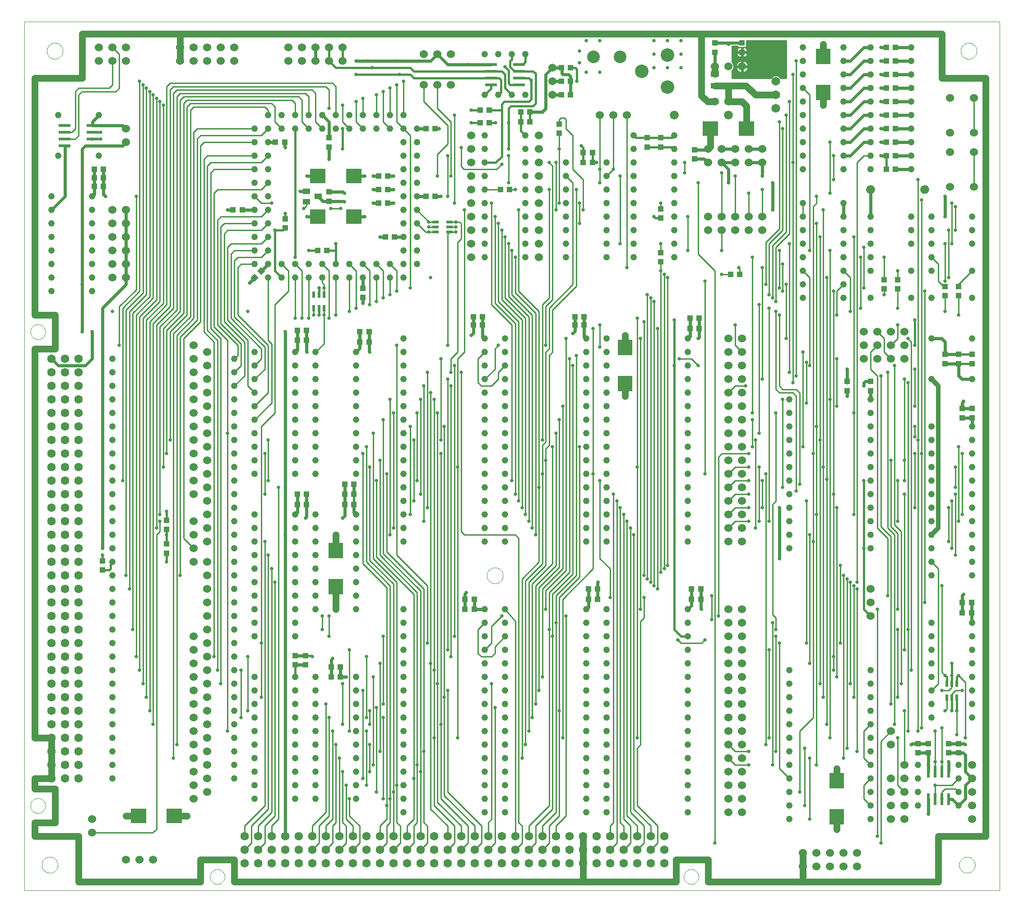
<source format=gbl>
G75*
%MOIN*%
%OFA0B0*%
%FSLAX24Y24*%
%IPPOS*%
%LPD*%
%AMOC8*
5,1,8,0,0,1.08239X$1,22.5*
%
%ADD10C,0.0000*%
%ADD11C,0.0480*%
%ADD12C,0.0600*%
%ADD13C,0.0630*%
%ADD14C,0.0650*%
%ADD15R,0.0591X0.0394*%
%ADD16C,0.0660*%
%ADD17R,0.0425X0.0413*%
%ADD18C,0.1000*%
%ADD19R,0.0433X0.0394*%
%ADD20R,0.0413X0.0425*%
%ADD21R,0.0236X0.0866*%
%ADD22R,0.0866X0.0236*%
%ADD23R,0.0394X0.0433*%
%ADD24R,0.0217X0.0472*%
%ADD25R,0.0551X0.0394*%
%ADD26R,0.1161X0.1063*%
%ADD27R,0.1063X0.1161*%
%ADD28C,0.0937*%
%ADD29R,0.0472X0.0217*%
%ADD30C,0.0250*%
%ADD31C,0.0240*%
%ADD32C,0.0160*%
%ADD33C,0.0100*%
%ADD34C,0.0500*%
%ADD35C,0.0320*%
D10*
X003500Y003500D02*
X003500Y067673D01*
X075547Y067673D01*
X075547Y003500D01*
X003500Y003500D01*
X004784Y005375D02*
X004786Y005423D01*
X004792Y005471D01*
X004802Y005518D01*
X004815Y005564D01*
X004833Y005609D01*
X004853Y005653D01*
X004878Y005695D01*
X004906Y005734D01*
X004936Y005771D01*
X004970Y005805D01*
X005007Y005837D01*
X005045Y005866D01*
X005086Y005891D01*
X005129Y005913D01*
X005174Y005931D01*
X005220Y005945D01*
X005267Y005956D01*
X005315Y005963D01*
X005363Y005966D01*
X005411Y005965D01*
X005459Y005960D01*
X005507Y005951D01*
X005553Y005939D01*
X005598Y005922D01*
X005642Y005902D01*
X005684Y005879D01*
X005724Y005852D01*
X005762Y005822D01*
X005797Y005789D01*
X005829Y005753D01*
X005859Y005715D01*
X005885Y005674D01*
X005907Y005631D01*
X005927Y005587D01*
X005942Y005542D01*
X005954Y005495D01*
X005962Y005447D01*
X005966Y005399D01*
X005966Y005351D01*
X005962Y005303D01*
X005954Y005255D01*
X005942Y005208D01*
X005927Y005163D01*
X005907Y005119D01*
X005885Y005076D01*
X005859Y005035D01*
X005829Y004997D01*
X005797Y004961D01*
X005762Y004928D01*
X005724Y004898D01*
X005684Y004871D01*
X005642Y004848D01*
X005598Y004828D01*
X005553Y004811D01*
X005507Y004799D01*
X005459Y004790D01*
X005411Y004785D01*
X005363Y004784D01*
X005315Y004787D01*
X005267Y004794D01*
X005220Y004805D01*
X005174Y004819D01*
X005129Y004837D01*
X005086Y004859D01*
X005045Y004884D01*
X005007Y004913D01*
X004970Y004945D01*
X004936Y004979D01*
X004906Y005016D01*
X004878Y005055D01*
X004853Y005097D01*
X004833Y005141D01*
X004815Y005186D01*
X004802Y005232D01*
X004792Y005279D01*
X004786Y005327D01*
X004784Y005375D01*
X003949Y009750D02*
X003951Y009797D01*
X003957Y009843D01*
X003967Y009889D01*
X003980Y009934D01*
X003998Y009977D01*
X004019Y010019D01*
X004043Y010059D01*
X004071Y010096D01*
X004102Y010131D01*
X004136Y010164D01*
X004172Y010193D01*
X004211Y010219D01*
X004252Y010242D01*
X004295Y010261D01*
X004339Y010277D01*
X004384Y010289D01*
X004430Y010297D01*
X004477Y010301D01*
X004523Y010301D01*
X004570Y010297D01*
X004616Y010289D01*
X004661Y010277D01*
X004705Y010261D01*
X004748Y010242D01*
X004789Y010219D01*
X004828Y010193D01*
X004864Y010164D01*
X004898Y010131D01*
X004929Y010096D01*
X004957Y010059D01*
X004981Y010019D01*
X005002Y009977D01*
X005020Y009934D01*
X005033Y009889D01*
X005043Y009843D01*
X005049Y009797D01*
X005051Y009750D01*
X005049Y009703D01*
X005043Y009657D01*
X005033Y009611D01*
X005020Y009566D01*
X005002Y009523D01*
X004981Y009481D01*
X004957Y009441D01*
X004929Y009404D01*
X004898Y009369D01*
X004864Y009336D01*
X004828Y009307D01*
X004789Y009281D01*
X004748Y009258D01*
X004705Y009239D01*
X004661Y009223D01*
X004616Y009211D01*
X004570Y009203D01*
X004523Y009199D01*
X004477Y009199D01*
X004430Y009203D01*
X004384Y009211D01*
X004339Y009223D01*
X004295Y009239D01*
X004252Y009258D01*
X004211Y009281D01*
X004172Y009307D01*
X004136Y009336D01*
X004102Y009369D01*
X004071Y009404D01*
X004043Y009441D01*
X004019Y009481D01*
X003998Y009523D01*
X003980Y009566D01*
X003967Y009611D01*
X003957Y009657D01*
X003951Y009703D01*
X003949Y009750D01*
X017199Y004500D02*
X017201Y004547D01*
X017207Y004593D01*
X017217Y004639D01*
X017230Y004684D01*
X017248Y004727D01*
X017269Y004769D01*
X017293Y004809D01*
X017321Y004846D01*
X017352Y004881D01*
X017386Y004914D01*
X017422Y004943D01*
X017461Y004969D01*
X017502Y004992D01*
X017545Y005011D01*
X017589Y005027D01*
X017634Y005039D01*
X017680Y005047D01*
X017727Y005051D01*
X017773Y005051D01*
X017820Y005047D01*
X017866Y005039D01*
X017911Y005027D01*
X017955Y005011D01*
X017998Y004992D01*
X018039Y004969D01*
X018078Y004943D01*
X018114Y004914D01*
X018148Y004881D01*
X018179Y004846D01*
X018207Y004809D01*
X018231Y004769D01*
X018252Y004727D01*
X018270Y004684D01*
X018283Y004639D01*
X018293Y004593D01*
X018299Y004547D01*
X018301Y004500D01*
X018299Y004453D01*
X018293Y004407D01*
X018283Y004361D01*
X018270Y004316D01*
X018252Y004273D01*
X018231Y004231D01*
X018207Y004191D01*
X018179Y004154D01*
X018148Y004119D01*
X018114Y004086D01*
X018078Y004057D01*
X018039Y004031D01*
X017998Y004008D01*
X017955Y003989D01*
X017911Y003973D01*
X017866Y003961D01*
X017820Y003953D01*
X017773Y003949D01*
X017727Y003949D01*
X017680Y003953D01*
X017634Y003961D01*
X017589Y003973D01*
X017545Y003989D01*
X017502Y004008D01*
X017461Y004031D01*
X017422Y004057D01*
X017386Y004086D01*
X017352Y004119D01*
X017321Y004154D01*
X017293Y004191D01*
X017269Y004231D01*
X017248Y004273D01*
X017230Y004316D01*
X017217Y004361D01*
X017207Y004407D01*
X017201Y004453D01*
X017199Y004500D01*
X037659Y026750D02*
X037661Y026798D01*
X037667Y026846D01*
X037677Y026893D01*
X037690Y026939D01*
X037708Y026984D01*
X037728Y027028D01*
X037753Y027070D01*
X037781Y027109D01*
X037811Y027146D01*
X037845Y027180D01*
X037882Y027212D01*
X037920Y027241D01*
X037961Y027266D01*
X038004Y027288D01*
X038049Y027306D01*
X038095Y027320D01*
X038142Y027331D01*
X038190Y027338D01*
X038238Y027341D01*
X038286Y027340D01*
X038334Y027335D01*
X038382Y027326D01*
X038428Y027314D01*
X038473Y027297D01*
X038517Y027277D01*
X038559Y027254D01*
X038599Y027227D01*
X038637Y027197D01*
X038672Y027164D01*
X038704Y027128D01*
X038734Y027090D01*
X038760Y027049D01*
X038782Y027006D01*
X038802Y026962D01*
X038817Y026917D01*
X038829Y026870D01*
X038837Y026822D01*
X038841Y026774D01*
X038841Y026726D01*
X038837Y026678D01*
X038829Y026630D01*
X038817Y026583D01*
X038802Y026538D01*
X038782Y026494D01*
X038760Y026451D01*
X038734Y026410D01*
X038704Y026372D01*
X038672Y026336D01*
X038637Y026303D01*
X038599Y026273D01*
X038559Y026246D01*
X038517Y026223D01*
X038473Y026203D01*
X038428Y026186D01*
X038382Y026174D01*
X038334Y026165D01*
X038286Y026160D01*
X038238Y026159D01*
X038190Y026162D01*
X038142Y026169D01*
X038095Y026180D01*
X038049Y026194D01*
X038004Y026212D01*
X037961Y026234D01*
X037920Y026259D01*
X037882Y026288D01*
X037845Y026320D01*
X037811Y026354D01*
X037781Y026391D01*
X037753Y026430D01*
X037728Y026472D01*
X037708Y026516D01*
X037690Y026561D01*
X037677Y026607D01*
X037667Y026654D01*
X037661Y026702D01*
X037659Y026750D01*
X052199Y004500D02*
X052201Y004547D01*
X052207Y004593D01*
X052217Y004639D01*
X052230Y004684D01*
X052248Y004727D01*
X052269Y004769D01*
X052293Y004809D01*
X052321Y004846D01*
X052352Y004881D01*
X052386Y004914D01*
X052422Y004943D01*
X052461Y004969D01*
X052502Y004992D01*
X052545Y005011D01*
X052589Y005027D01*
X052634Y005039D01*
X052680Y005047D01*
X052727Y005051D01*
X052773Y005051D01*
X052820Y005047D01*
X052866Y005039D01*
X052911Y005027D01*
X052955Y005011D01*
X052998Y004992D01*
X053039Y004969D01*
X053078Y004943D01*
X053114Y004914D01*
X053148Y004881D01*
X053179Y004846D01*
X053207Y004809D01*
X053231Y004769D01*
X053252Y004727D01*
X053270Y004684D01*
X053283Y004639D01*
X053293Y004593D01*
X053299Y004547D01*
X053301Y004500D01*
X053299Y004453D01*
X053293Y004407D01*
X053283Y004361D01*
X053270Y004316D01*
X053252Y004273D01*
X053231Y004231D01*
X053207Y004191D01*
X053179Y004154D01*
X053148Y004119D01*
X053114Y004086D01*
X053078Y004057D01*
X053039Y004031D01*
X052998Y004008D01*
X052955Y003989D01*
X052911Y003973D01*
X052866Y003961D01*
X052820Y003953D01*
X052773Y003949D01*
X052727Y003949D01*
X052680Y003953D01*
X052634Y003961D01*
X052589Y003973D01*
X052545Y003989D01*
X052502Y004008D01*
X052461Y004031D01*
X052422Y004057D01*
X052386Y004086D01*
X052352Y004119D01*
X052321Y004154D01*
X052293Y004191D01*
X052269Y004231D01*
X052248Y004273D01*
X052230Y004316D01*
X052217Y004361D01*
X052207Y004407D01*
X052201Y004453D01*
X052199Y004500D01*
X072534Y005375D02*
X072536Y005423D01*
X072542Y005471D01*
X072552Y005518D01*
X072565Y005564D01*
X072583Y005609D01*
X072603Y005653D01*
X072628Y005695D01*
X072656Y005734D01*
X072686Y005771D01*
X072720Y005805D01*
X072757Y005837D01*
X072795Y005866D01*
X072836Y005891D01*
X072879Y005913D01*
X072924Y005931D01*
X072970Y005945D01*
X073017Y005956D01*
X073065Y005963D01*
X073113Y005966D01*
X073161Y005965D01*
X073209Y005960D01*
X073257Y005951D01*
X073303Y005939D01*
X073348Y005922D01*
X073392Y005902D01*
X073434Y005879D01*
X073474Y005852D01*
X073512Y005822D01*
X073547Y005789D01*
X073579Y005753D01*
X073609Y005715D01*
X073635Y005674D01*
X073657Y005631D01*
X073677Y005587D01*
X073692Y005542D01*
X073704Y005495D01*
X073712Y005447D01*
X073716Y005399D01*
X073716Y005351D01*
X073712Y005303D01*
X073704Y005255D01*
X073692Y005208D01*
X073677Y005163D01*
X073657Y005119D01*
X073635Y005076D01*
X073609Y005035D01*
X073579Y004997D01*
X073547Y004961D01*
X073512Y004928D01*
X073474Y004898D01*
X073434Y004871D01*
X073392Y004848D01*
X073348Y004828D01*
X073303Y004811D01*
X073257Y004799D01*
X073209Y004790D01*
X073161Y004785D01*
X073113Y004784D01*
X073065Y004787D01*
X073017Y004794D01*
X072970Y004805D01*
X072924Y004819D01*
X072879Y004837D01*
X072836Y004859D01*
X072795Y004884D01*
X072757Y004913D01*
X072720Y004945D01*
X072686Y004979D01*
X072656Y005016D01*
X072628Y005055D01*
X072603Y005097D01*
X072583Y005141D01*
X072565Y005186D01*
X072552Y005232D01*
X072542Y005279D01*
X072536Y005327D01*
X072534Y005375D01*
X072659Y065500D02*
X072661Y065548D01*
X072667Y065596D01*
X072677Y065643D01*
X072690Y065689D01*
X072708Y065734D01*
X072728Y065778D01*
X072753Y065820D01*
X072781Y065859D01*
X072811Y065896D01*
X072845Y065930D01*
X072882Y065962D01*
X072920Y065991D01*
X072961Y066016D01*
X073004Y066038D01*
X073049Y066056D01*
X073095Y066070D01*
X073142Y066081D01*
X073190Y066088D01*
X073238Y066091D01*
X073286Y066090D01*
X073334Y066085D01*
X073382Y066076D01*
X073428Y066064D01*
X073473Y066047D01*
X073517Y066027D01*
X073559Y066004D01*
X073599Y065977D01*
X073637Y065947D01*
X073672Y065914D01*
X073704Y065878D01*
X073734Y065840D01*
X073760Y065799D01*
X073782Y065756D01*
X073802Y065712D01*
X073817Y065667D01*
X073829Y065620D01*
X073837Y065572D01*
X073841Y065524D01*
X073841Y065476D01*
X073837Y065428D01*
X073829Y065380D01*
X073817Y065333D01*
X073802Y065288D01*
X073782Y065244D01*
X073760Y065201D01*
X073734Y065160D01*
X073704Y065122D01*
X073672Y065086D01*
X073637Y065053D01*
X073599Y065023D01*
X073559Y064996D01*
X073517Y064973D01*
X073473Y064953D01*
X073428Y064936D01*
X073382Y064924D01*
X073334Y064915D01*
X073286Y064910D01*
X073238Y064909D01*
X073190Y064912D01*
X073142Y064919D01*
X073095Y064930D01*
X073049Y064944D01*
X073004Y064962D01*
X072961Y064984D01*
X072920Y065009D01*
X072882Y065038D01*
X072845Y065070D01*
X072811Y065104D01*
X072781Y065141D01*
X072753Y065180D01*
X072728Y065222D01*
X072708Y065266D01*
X072690Y065311D01*
X072677Y065357D01*
X072667Y065404D01*
X072661Y065452D01*
X072659Y065500D01*
X005159Y065500D02*
X005161Y065548D01*
X005167Y065596D01*
X005177Y065643D01*
X005190Y065689D01*
X005208Y065734D01*
X005228Y065778D01*
X005253Y065820D01*
X005281Y065859D01*
X005311Y065896D01*
X005345Y065930D01*
X005382Y065962D01*
X005420Y065991D01*
X005461Y066016D01*
X005504Y066038D01*
X005549Y066056D01*
X005595Y066070D01*
X005642Y066081D01*
X005690Y066088D01*
X005738Y066091D01*
X005786Y066090D01*
X005834Y066085D01*
X005882Y066076D01*
X005928Y066064D01*
X005973Y066047D01*
X006017Y066027D01*
X006059Y066004D01*
X006099Y065977D01*
X006137Y065947D01*
X006172Y065914D01*
X006204Y065878D01*
X006234Y065840D01*
X006260Y065799D01*
X006282Y065756D01*
X006302Y065712D01*
X006317Y065667D01*
X006329Y065620D01*
X006337Y065572D01*
X006341Y065524D01*
X006341Y065476D01*
X006337Y065428D01*
X006329Y065380D01*
X006317Y065333D01*
X006302Y065288D01*
X006282Y065244D01*
X006260Y065201D01*
X006234Y065160D01*
X006204Y065122D01*
X006172Y065086D01*
X006137Y065053D01*
X006099Y065023D01*
X006059Y064996D01*
X006017Y064973D01*
X005973Y064953D01*
X005928Y064936D01*
X005882Y064924D01*
X005834Y064915D01*
X005786Y064910D01*
X005738Y064909D01*
X005690Y064912D01*
X005642Y064919D01*
X005595Y064930D01*
X005549Y064944D01*
X005504Y064962D01*
X005461Y064984D01*
X005420Y065009D01*
X005382Y065038D01*
X005345Y065070D01*
X005311Y065104D01*
X005281Y065141D01*
X005253Y065180D01*
X005228Y065222D01*
X005208Y065266D01*
X005190Y065311D01*
X005177Y065357D01*
X005167Y065404D01*
X005161Y065452D01*
X005159Y065500D01*
X003949Y044750D02*
X003951Y044797D01*
X003957Y044843D01*
X003967Y044889D01*
X003980Y044934D01*
X003998Y044977D01*
X004019Y045019D01*
X004043Y045059D01*
X004071Y045096D01*
X004102Y045131D01*
X004136Y045164D01*
X004172Y045193D01*
X004211Y045219D01*
X004252Y045242D01*
X004295Y045261D01*
X004339Y045277D01*
X004384Y045289D01*
X004430Y045297D01*
X004477Y045301D01*
X004523Y045301D01*
X004570Y045297D01*
X004616Y045289D01*
X004661Y045277D01*
X004705Y045261D01*
X004748Y045242D01*
X004789Y045219D01*
X004828Y045193D01*
X004864Y045164D01*
X004898Y045131D01*
X004929Y045096D01*
X004957Y045059D01*
X004981Y045019D01*
X005002Y044977D01*
X005020Y044934D01*
X005033Y044889D01*
X005043Y044843D01*
X005049Y044797D01*
X005051Y044750D01*
X005049Y044703D01*
X005043Y044657D01*
X005033Y044611D01*
X005020Y044566D01*
X005002Y044523D01*
X004981Y044481D01*
X004957Y044441D01*
X004929Y044404D01*
X004898Y044369D01*
X004864Y044336D01*
X004828Y044307D01*
X004789Y044281D01*
X004748Y044258D01*
X004705Y044239D01*
X004661Y044223D01*
X004616Y044211D01*
X004570Y044203D01*
X004523Y044199D01*
X004477Y044199D01*
X004430Y044203D01*
X004384Y044211D01*
X004339Y044223D01*
X004295Y044239D01*
X004252Y044258D01*
X004211Y044281D01*
X004172Y044307D01*
X004136Y044336D01*
X004102Y044369D01*
X004071Y044404D01*
X004043Y044441D01*
X004019Y044481D01*
X003998Y044523D01*
X003980Y044566D01*
X003967Y044611D01*
X003957Y044657D01*
X003951Y044703D01*
X003949Y044750D01*
D11*
X005500Y047750D03*
X005500Y048750D03*
X005500Y049750D03*
X005500Y050750D03*
X005500Y051750D03*
X005500Y052750D03*
X005500Y053750D03*
X005500Y054750D03*
X008500Y054750D03*
X008500Y053750D03*
X008500Y052750D03*
X008500Y051750D03*
X008500Y050750D03*
X008500Y049750D03*
X008500Y048750D03*
X008500Y047750D03*
X010000Y042750D03*
X010000Y041750D03*
X010000Y040750D03*
X010000Y039750D03*
X010000Y038750D03*
X010000Y037750D03*
X010000Y036750D03*
X010000Y035750D03*
X010000Y034750D03*
X010000Y033750D03*
X010000Y032750D03*
X010000Y031750D03*
X010000Y030750D03*
X010000Y029750D03*
X010000Y028750D03*
X010000Y027750D03*
X010000Y026750D03*
X010000Y025750D03*
X010000Y024750D03*
X010000Y023750D03*
X010000Y022750D03*
X010000Y021750D03*
X010000Y020750D03*
X010000Y019750D03*
X010000Y018750D03*
X010000Y017750D03*
X010000Y016750D03*
X010000Y015750D03*
X010000Y014750D03*
X010000Y013750D03*
X010000Y012750D03*
X010000Y011750D03*
X019000Y011750D03*
X019000Y012750D03*
X019000Y013750D03*
X019000Y014750D03*
X019000Y015750D03*
X019000Y016750D03*
X019000Y017750D03*
X019000Y018750D03*
X019000Y019750D03*
X019000Y020750D03*
X019000Y021750D03*
X019000Y022750D03*
X019000Y023750D03*
X019000Y024750D03*
X019000Y025750D03*
X019000Y026750D03*
X019000Y027750D03*
X019000Y028750D03*
X019000Y029750D03*
X019000Y030750D03*
X019000Y031750D03*
X019000Y032750D03*
X019000Y033750D03*
X019000Y034750D03*
X019000Y035750D03*
X019000Y036750D03*
X019000Y037750D03*
X019000Y038750D03*
X019000Y039750D03*
X019000Y040750D03*
X019000Y041750D03*
X019000Y042750D03*
X020500Y042250D03*
X020500Y041250D03*
X020500Y040250D03*
X020500Y039250D03*
X020500Y038250D03*
X020500Y037250D03*
X020500Y036250D03*
X020500Y035250D03*
X020500Y034250D03*
X023500Y034250D03*
X023500Y035250D03*
X023500Y036250D03*
X023500Y037250D03*
X023500Y038250D03*
X023500Y039250D03*
X023500Y040250D03*
X023500Y041250D03*
X023500Y042250D03*
X023500Y043250D03*
X025000Y043250D03*
X025000Y042250D03*
X025000Y041250D03*
X025000Y040250D03*
X025000Y039250D03*
X025000Y038250D03*
X025000Y037250D03*
X025000Y036250D03*
X025000Y035250D03*
X025000Y034250D03*
X028000Y034250D03*
X028000Y035250D03*
X028000Y036250D03*
X028000Y037250D03*
X028000Y038250D03*
X028000Y039250D03*
X028000Y040250D03*
X028000Y041250D03*
X028000Y042250D03*
X028000Y043250D03*
X031500Y043250D03*
X031500Y044250D03*
X031500Y042250D03*
X031500Y041250D03*
X031500Y040250D03*
X031500Y039250D03*
X031500Y038250D03*
X031500Y037250D03*
X031500Y036250D03*
X031500Y035250D03*
X031500Y034250D03*
X031500Y033250D03*
X031500Y032250D03*
X031500Y031250D03*
X031500Y030250D03*
X031500Y029250D03*
X028000Y029250D03*
X028000Y028250D03*
X028000Y027250D03*
X028000Y026250D03*
X028000Y025250D03*
X028000Y024250D03*
X025000Y024250D03*
X025000Y025250D03*
X025000Y026250D03*
X025000Y027250D03*
X025000Y028250D03*
X025000Y029250D03*
X025000Y030250D03*
X025000Y031250D03*
X023500Y031250D03*
X023500Y030250D03*
X023500Y029250D03*
X023500Y028250D03*
X023500Y027250D03*
X023500Y026250D03*
X023500Y025250D03*
X023500Y024250D03*
X023500Y023250D03*
X023500Y022250D03*
X023500Y019250D03*
X023500Y018250D03*
X023500Y017250D03*
X023500Y016250D03*
X023500Y015250D03*
X023500Y014250D03*
X023500Y013250D03*
X023500Y012250D03*
X023500Y011250D03*
X023500Y010250D03*
X025000Y010250D03*
X025000Y011250D03*
X025000Y012250D03*
X025000Y013250D03*
X025000Y014250D03*
X025000Y015250D03*
X025000Y016250D03*
X025000Y017250D03*
X025000Y018250D03*
X025000Y019250D03*
X028000Y019250D03*
X028000Y018250D03*
X028000Y017250D03*
X028000Y016250D03*
X028000Y015250D03*
X028000Y014250D03*
X028000Y013250D03*
X028000Y012250D03*
X028000Y011250D03*
X028000Y010250D03*
X031500Y010250D03*
X031500Y009250D03*
X031500Y011250D03*
X031500Y012250D03*
X031500Y013250D03*
X031500Y014250D03*
X031500Y015250D03*
X031500Y016250D03*
X031500Y017250D03*
X031500Y018250D03*
X031500Y019250D03*
X031500Y020250D03*
X031500Y021250D03*
X031500Y022250D03*
X031500Y023250D03*
X031500Y024250D03*
X037500Y024250D03*
X037500Y023250D03*
X037500Y022250D03*
X037500Y021250D03*
X037500Y020250D03*
X037500Y019250D03*
X037500Y018250D03*
X037500Y017250D03*
X037500Y016250D03*
X037500Y015250D03*
X037500Y014250D03*
X037500Y013250D03*
X037500Y012250D03*
X037500Y011250D03*
X037500Y010250D03*
X037500Y009250D03*
X039000Y009250D03*
X039000Y010250D03*
X039000Y011250D03*
X039000Y012250D03*
X039000Y013250D03*
X039000Y014250D03*
X039000Y015250D03*
X039000Y016250D03*
X039000Y017250D03*
X039000Y018250D03*
X039000Y019250D03*
X039000Y020250D03*
X039000Y021250D03*
X039000Y022250D03*
X039000Y023250D03*
X039000Y024250D03*
X039000Y029250D03*
X039000Y030250D03*
X039000Y031250D03*
X039000Y032250D03*
X039000Y033250D03*
X039000Y034250D03*
X039000Y035250D03*
X039000Y036250D03*
X039000Y037250D03*
X039000Y038250D03*
X039000Y039250D03*
X039000Y040250D03*
X039000Y041250D03*
X039000Y042250D03*
X039000Y043250D03*
X039000Y044250D03*
X037500Y044250D03*
X037500Y043250D03*
X037500Y042250D03*
X037500Y041250D03*
X037500Y040250D03*
X037500Y039250D03*
X037500Y038250D03*
X037500Y037250D03*
X037500Y036250D03*
X037500Y035250D03*
X037500Y034250D03*
X037500Y033250D03*
X037500Y032250D03*
X037500Y031250D03*
X037500Y030250D03*
X037500Y029250D03*
X045000Y029250D03*
X045000Y030250D03*
X045000Y031250D03*
X045000Y032250D03*
X045000Y033250D03*
X045000Y034250D03*
X045000Y035250D03*
X045000Y036250D03*
X045000Y037250D03*
X045000Y038250D03*
X045000Y039250D03*
X045000Y040250D03*
X045000Y041250D03*
X045000Y042250D03*
X045000Y043250D03*
X045000Y044250D03*
X046500Y044250D03*
X046500Y043250D03*
X046500Y042250D03*
X046500Y041250D03*
X046500Y040250D03*
X046500Y039250D03*
X046500Y038250D03*
X046500Y037250D03*
X046500Y036250D03*
X046500Y035250D03*
X046500Y034250D03*
X046500Y033250D03*
X046500Y032250D03*
X046500Y031250D03*
X046500Y030250D03*
X046500Y029250D03*
X046500Y024250D03*
X046500Y023250D03*
X046500Y022250D03*
X046500Y021250D03*
X046500Y020250D03*
X046500Y019250D03*
X046500Y018250D03*
X046500Y017250D03*
X046500Y016250D03*
X046500Y015250D03*
X046500Y014250D03*
X046500Y013250D03*
X046500Y012250D03*
X046500Y011250D03*
X046500Y010250D03*
X046500Y009250D03*
X045000Y009250D03*
X045000Y010250D03*
X045000Y011250D03*
X045000Y012250D03*
X045000Y013250D03*
X045000Y014250D03*
X045000Y015250D03*
X045000Y016250D03*
X045000Y017250D03*
X045000Y018250D03*
X045000Y019250D03*
X045000Y020250D03*
X045000Y021250D03*
X045000Y022250D03*
X045000Y023250D03*
X045000Y024250D03*
X052500Y024250D03*
X052500Y023250D03*
X052500Y022250D03*
X052500Y021250D03*
X052500Y020250D03*
X052500Y019250D03*
X052500Y018250D03*
X052500Y017250D03*
X052500Y016250D03*
X052500Y015250D03*
X052500Y014250D03*
X052500Y013250D03*
X052500Y012250D03*
X052500Y011250D03*
X052500Y010250D03*
X052500Y009250D03*
X060000Y008750D03*
X060000Y009750D03*
X060000Y010750D03*
X060000Y011750D03*
X060000Y012750D03*
X060000Y013750D03*
X060000Y014750D03*
X060000Y015750D03*
X060000Y016750D03*
X060000Y017750D03*
X060000Y018750D03*
X060000Y019750D03*
X066000Y019750D03*
X066000Y018750D03*
X066000Y017750D03*
X066000Y016750D03*
X066000Y015750D03*
X066000Y014750D03*
X066000Y013750D03*
X066000Y012750D03*
X066000Y011750D03*
X066000Y010750D03*
X066000Y009750D03*
X066000Y008750D03*
X069500Y009750D03*
X069500Y010750D03*
X069500Y011750D03*
X069500Y012750D03*
X072500Y012750D03*
X072500Y011750D03*
X072500Y010750D03*
X072500Y009750D03*
X073500Y016250D03*
X073500Y017250D03*
X073500Y018250D03*
X073500Y019250D03*
X073500Y020250D03*
X073500Y021250D03*
X073500Y022250D03*
X073500Y023250D03*
X070500Y023250D03*
X070500Y022250D03*
X070500Y021250D03*
X070500Y020250D03*
X070500Y019250D03*
X070500Y018250D03*
X070500Y017250D03*
X070500Y016250D03*
X070500Y026750D03*
X070500Y027750D03*
X070500Y028750D03*
X070500Y029750D03*
X070500Y030750D03*
X070500Y031750D03*
X070500Y032750D03*
X070500Y033750D03*
X070500Y034750D03*
X070500Y035750D03*
X070500Y036750D03*
X070500Y037750D03*
X073500Y037750D03*
X073500Y036750D03*
X073500Y035750D03*
X073500Y034750D03*
X073500Y033750D03*
X073500Y032750D03*
X073500Y031750D03*
X073500Y030750D03*
X073500Y029750D03*
X073500Y028750D03*
X073500Y027750D03*
X073500Y026750D03*
X066000Y028750D03*
X066000Y029750D03*
X066000Y030750D03*
X066000Y031750D03*
X066000Y032750D03*
X066000Y033750D03*
X066000Y034750D03*
X066000Y035750D03*
X066000Y036750D03*
X066000Y037750D03*
X066000Y038750D03*
X066000Y039750D03*
X070500Y041250D03*
X070500Y044250D03*
X073500Y044250D03*
X073500Y041250D03*
X073500Y047250D03*
X073500Y049250D03*
X073500Y051250D03*
X073500Y052250D03*
X073500Y053250D03*
X070500Y053250D03*
X070500Y052250D03*
X070500Y051250D03*
X070500Y050250D03*
X070500Y049250D03*
X069000Y049250D03*
X069000Y051250D03*
X069000Y052250D03*
X069000Y053250D03*
X066000Y053250D03*
X066000Y052250D03*
X066000Y051250D03*
X066000Y050250D03*
X066000Y049250D03*
X066000Y047250D03*
X064000Y047250D03*
X064000Y048250D03*
X064000Y049250D03*
X064000Y050250D03*
X064000Y051250D03*
X064000Y052250D03*
X064000Y053250D03*
X064000Y054250D03*
X064000Y056750D03*
X064000Y057750D03*
X064000Y058750D03*
X064000Y059750D03*
X064000Y060750D03*
X064000Y061750D03*
X064000Y062750D03*
X064000Y063750D03*
X064000Y064750D03*
X064000Y065750D03*
X066000Y065750D03*
X066000Y064750D03*
X066000Y063750D03*
X066000Y062750D03*
X066000Y061750D03*
X066000Y060750D03*
X066000Y059750D03*
X066000Y058750D03*
X066000Y057750D03*
X066000Y056750D03*
X069000Y056750D03*
X069000Y057750D03*
X069000Y058750D03*
X069000Y059750D03*
X069000Y060750D03*
X069000Y061750D03*
X069000Y062750D03*
X069000Y063750D03*
X069000Y064750D03*
X069000Y065750D03*
X061000Y065750D03*
X061000Y064750D03*
X061000Y063750D03*
X061000Y062750D03*
X061000Y061750D03*
X061000Y060750D03*
X061000Y059750D03*
X061000Y058750D03*
X061000Y057750D03*
X061000Y056750D03*
X061000Y054250D03*
X061000Y053250D03*
X061000Y052250D03*
X061000Y051250D03*
X061000Y050250D03*
X061000Y049250D03*
X061000Y048250D03*
X061000Y047250D03*
X060000Y039750D03*
X060000Y038750D03*
X060000Y037750D03*
X060000Y036750D03*
X060000Y035750D03*
X060000Y034750D03*
X060000Y033750D03*
X060000Y032750D03*
X060000Y031750D03*
X060000Y030750D03*
X060000Y029750D03*
X060000Y028750D03*
X052500Y029250D03*
X052500Y030250D03*
X052500Y031250D03*
X052500Y032250D03*
X052500Y033250D03*
X052500Y034250D03*
X052500Y035250D03*
X052500Y036250D03*
X052500Y037250D03*
X052500Y038250D03*
X052500Y039250D03*
X052500Y040250D03*
X052500Y041250D03*
X052500Y042250D03*
X052500Y043250D03*
X052500Y044250D03*
X051500Y050250D03*
X051500Y051250D03*
X051500Y052250D03*
X051500Y053250D03*
X051500Y054250D03*
X051500Y055250D03*
X051500Y056250D03*
X051500Y057250D03*
X051500Y058250D03*
X051500Y059250D03*
X048500Y059250D03*
X048500Y058250D03*
X048500Y057250D03*
X048500Y056250D03*
X048500Y055250D03*
X048500Y054250D03*
X048500Y053250D03*
X048500Y052250D03*
X048500Y051250D03*
X048500Y050250D03*
X046500Y050250D03*
X046500Y051250D03*
X046500Y052250D03*
X046500Y053250D03*
X046500Y054250D03*
X046500Y055250D03*
X046500Y056250D03*
X046500Y057250D03*
X043500Y057250D03*
X043500Y056250D03*
X043500Y055250D03*
X043500Y054250D03*
X043500Y053250D03*
X043500Y052250D03*
X043500Y051250D03*
X043500Y050250D03*
X040500Y050250D03*
X040500Y051250D03*
X040500Y052250D03*
X040500Y053250D03*
X040500Y054250D03*
X040500Y055250D03*
X040500Y056250D03*
X040500Y057250D03*
X040500Y058250D03*
X040500Y059250D03*
X037500Y059250D03*
X037500Y058250D03*
X037500Y057250D03*
X037500Y056250D03*
X037500Y055250D03*
X037500Y054250D03*
X037500Y053250D03*
X037500Y052250D03*
X037500Y051250D03*
X037500Y050250D03*
X032500Y049750D03*
X031500Y049750D03*
X031500Y048750D03*
X030500Y048750D03*
X030500Y049750D03*
X029500Y049750D03*
X029500Y048750D03*
X028500Y048750D03*
X028500Y049750D03*
X027500Y049750D03*
X027500Y048750D03*
X026500Y048750D03*
X026500Y049750D03*
X025500Y049750D03*
X025500Y048750D03*
X024500Y048750D03*
X024500Y049750D03*
X023500Y049750D03*
X023500Y048750D03*
X022500Y048750D03*
X022500Y049750D03*
X021500Y049750D03*
X021500Y048750D03*
X020500Y049750D03*
X020500Y050750D03*
X020500Y051750D03*
X021500Y051750D03*
X021500Y050750D03*
X021500Y052750D03*
X021500Y053750D03*
X020500Y053750D03*
X020500Y052750D03*
X020500Y054750D03*
X020500Y055750D03*
X021500Y055750D03*
X021500Y054750D03*
X021500Y056750D03*
X021500Y057750D03*
X021500Y058750D03*
X020500Y058750D03*
X020500Y057750D03*
X020500Y056750D03*
X020500Y059750D03*
X021500Y059750D03*
X021500Y060750D03*
X022500Y060750D03*
X022500Y059750D03*
X023500Y059750D03*
X023500Y060750D03*
X024500Y060750D03*
X024500Y059750D03*
X025500Y059750D03*
X025500Y060750D03*
X026500Y060750D03*
X026500Y059750D03*
X027500Y059750D03*
X027500Y060750D03*
X028500Y060750D03*
X028500Y059750D03*
X029500Y059750D03*
X029500Y060750D03*
X030500Y060750D03*
X030500Y059750D03*
X031500Y059750D03*
X031500Y060750D03*
X032500Y059750D03*
X032500Y058750D03*
X032500Y057750D03*
X032500Y056750D03*
X031500Y056750D03*
X031500Y057750D03*
X031500Y058750D03*
X031500Y055750D03*
X031500Y054750D03*
X032500Y054750D03*
X032500Y055750D03*
X032500Y053750D03*
X032500Y052750D03*
X031500Y052750D03*
X031500Y053750D03*
X031500Y051750D03*
X031500Y050750D03*
X032500Y050750D03*
X032500Y051750D03*
X020500Y043250D03*
X020500Y031250D03*
X020500Y030250D03*
X020500Y029250D03*
X020500Y028250D03*
X020500Y027250D03*
X020500Y026250D03*
X020500Y025250D03*
X020500Y024250D03*
X020500Y023250D03*
X020500Y022250D03*
X020500Y019250D03*
X020500Y018250D03*
X020500Y017250D03*
X020500Y016250D03*
X020500Y015250D03*
X020500Y014250D03*
X020500Y013250D03*
X020500Y012250D03*
X020500Y011250D03*
X020500Y010250D03*
X028000Y030250D03*
X028000Y031250D03*
X009000Y057750D03*
X009000Y060750D03*
X006000Y060750D03*
X006000Y057750D03*
X037500Y062250D03*
X038500Y062250D03*
X039500Y062250D03*
X040500Y062250D03*
X040500Y065250D03*
X039500Y065250D03*
X038500Y065250D03*
X037500Y065250D03*
X069000Y047250D03*
X070500Y047250D03*
D12*
X068500Y044750D03*
X068500Y043750D03*
X067500Y043750D03*
X067500Y044750D03*
X066500Y044750D03*
X066500Y043750D03*
X065500Y043750D03*
X065500Y044750D03*
X065500Y042750D03*
X066500Y042750D03*
X067500Y042750D03*
X068500Y042750D03*
X058000Y052250D03*
X058000Y053250D03*
X057000Y053250D03*
X057000Y052250D03*
X056000Y052250D03*
X056000Y053250D03*
X055000Y053250D03*
X055000Y052250D03*
X054000Y052250D03*
X054000Y053250D03*
X054000Y057250D03*
X055000Y057250D03*
X055000Y058250D03*
X054000Y058250D03*
X056000Y058250D03*
X057000Y058250D03*
X058000Y058250D03*
X058000Y057250D03*
X057000Y057250D03*
X056000Y057250D03*
X055500Y061750D03*
X054500Y061750D03*
X054500Y064350D03*
X055500Y064350D03*
X056500Y064350D03*
X048000Y060750D03*
X047000Y060750D03*
X046000Y060750D03*
X042500Y062250D03*
X042500Y063250D03*
X042500Y064250D03*
X041500Y059250D03*
X041500Y058250D03*
X041500Y057250D03*
X041500Y056250D03*
X041500Y055250D03*
X041500Y054250D03*
X041500Y053250D03*
X041500Y052250D03*
X041500Y051250D03*
X041500Y050250D03*
X036500Y050250D03*
X036500Y051250D03*
X036500Y052250D03*
X036500Y053250D03*
X036500Y054250D03*
X036500Y055250D03*
X036500Y056250D03*
X036500Y057250D03*
X036500Y058250D03*
X036500Y059250D03*
X035000Y063000D03*
X034000Y063000D03*
X033000Y063000D03*
X033000Y065250D03*
X034000Y065250D03*
X035000Y065250D03*
X027000Y064750D03*
X026000Y064750D03*
X025000Y064750D03*
X025000Y065750D03*
X026000Y065750D03*
X027000Y065750D03*
X024000Y065750D03*
X023000Y065750D03*
X023000Y064750D03*
X024000Y064750D03*
X019000Y064750D03*
X019000Y065750D03*
X018000Y065750D03*
X017000Y065750D03*
X016000Y065750D03*
X016000Y064750D03*
X017000Y064750D03*
X018000Y064750D03*
X015000Y064750D03*
X015000Y065750D03*
X011000Y065750D03*
X010000Y065750D03*
X010000Y064750D03*
X011000Y064750D03*
X009000Y064750D03*
X009000Y065750D03*
X011000Y059750D03*
X011000Y058750D03*
X011000Y053750D03*
X011000Y052750D03*
X010000Y052750D03*
X010000Y053750D03*
X010000Y051750D03*
X010000Y050750D03*
X011000Y050750D03*
X011000Y051750D03*
X011000Y049750D03*
X011000Y048750D03*
X010000Y048750D03*
X010000Y049750D03*
X016000Y043750D03*
X017000Y043250D03*
X016000Y042750D03*
X016000Y041750D03*
X017000Y041250D03*
X017000Y042250D03*
X016000Y040750D03*
X016000Y039750D03*
X017000Y039250D03*
X017000Y040250D03*
X016000Y038750D03*
X016000Y037750D03*
X017000Y037250D03*
X017000Y036250D03*
X016000Y035750D03*
X016000Y036750D03*
X017000Y035250D03*
X017000Y034250D03*
X016000Y033750D03*
X016000Y034750D03*
X017000Y033250D03*
X017000Y032250D03*
X016000Y032750D03*
X017000Y031250D03*
X017000Y030250D03*
X016000Y029750D03*
X016000Y028750D03*
X017000Y029250D03*
X017000Y027750D03*
X017000Y026750D03*
X016000Y027750D03*
X017000Y025750D03*
X017000Y024750D03*
X017000Y023750D03*
X017000Y022750D03*
X016000Y022250D03*
X016000Y021250D03*
X017000Y020750D03*
X017000Y021750D03*
X016000Y020250D03*
X016000Y019250D03*
X017000Y018750D03*
X017000Y019750D03*
X016000Y018250D03*
X016000Y017250D03*
X017000Y016750D03*
X017000Y015750D03*
X016000Y015250D03*
X016000Y016250D03*
X017000Y014750D03*
X017000Y013750D03*
X016000Y013250D03*
X016000Y014250D03*
X017000Y012750D03*
X017000Y011750D03*
X016000Y011250D03*
X016000Y012250D03*
X017000Y010750D03*
X016000Y010250D03*
X013000Y005750D03*
X012000Y005750D03*
X011000Y005750D03*
X008500Y007750D03*
X008500Y008750D03*
X017000Y017750D03*
X016000Y030750D03*
X017000Y038250D03*
X055500Y038250D03*
X055500Y037250D03*
X055500Y036250D03*
X056500Y036250D03*
X056500Y037250D03*
X056500Y038250D03*
X056500Y039250D03*
X056500Y040250D03*
X055500Y040250D03*
X055500Y039250D03*
X055500Y041250D03*
X055500Y042250D03*
X056500Y042250D03*
X056500Y041250D03*
X056500Y043250D03*
X056500Y044250D03*
X055500Y044250D03*
X055500Y043250D03*
X055500Y035250D03*
X055500Y034250D03*
X056500Y034250D03*
X056500Y035250D03*
X056500Y033250D03*
X056500Y032250D03*
X055500Y032250D03*
X055500Y033250D03*
X055500Y031250D03*
X055500Y030250D03*
X056500Y030250D03*
X056500Y031250D03*
X056500Y029250D03*
X055500Y029250D03*
X055500Y024250D03*
X055500Y023250D03*
X056500Y023250D03*
X056500Y024250D03*
X056500Y022250D03*
X056500Y021250D03*
X055500Y021250D03*
X055500Y022250D03*
X055500Y020250D03*
X055500Y019250D03*
X056500Y019250D03*
X056500Y020250D03*
X056500Y018250D03*
X056500Y017250D03*
X055500Y017250D03*
X055500Y018250D03*
X055500Y016250D03*
X055500Y015250D03*
X056500Y015250D03*
X056500Y016250D03*
X056500Y014250D03*
X056500Y013250D03*
X055500Y013250D03*
X055500Y014250D03*
X055500Y012250D03*
X055500Y011250D03*
X056500Y011250D03*
X056500Y012250D03*
X056500Y010250D03*
X056500Y009250D03*
X055500Y009250D03*
X055500Y010250D03*
X061000Y006250D03*
X062000Y006250D03*
X062000Y005250D03*
X061000Y005250D03*
X063000Y005250D03*
X064000Y005250D03*
X065000Y005250D03*
X065000Y006250D03*
X064000Y006250D03*
X063000Y006250D03*
X067500Y008750D03*
X068500Y008750D03*
X068500Y009750D03*
X068500Y010750D03*
X067500Y010750D03*
X067500Y009750D03*
X067500Y011750D03*
X068500Y011750D03*
X068500Y012750D03*
X067500Y014250D03*
X067500Y015250D03*
X073500Y012750D03*
X073500Y011750D03*
X073500Y010750D03*
X073500Y009750D03*
X073500Y008750D03*
X066000Y023750D03*
X066000Y024750D03*
X066000Y025750D03*
X071860Y055470D03*
X073640Y055470D03*
X073640Y058030D03*
X073640Y059470D03*
X071860Y059470D03*
X071860Y058030D03*
X071860Y062030D03*
X073640Y062030D03*
D13*
X050750Y007500D03*
X050750Y006500D03*
X050750Y005500D03*
X049750Y005500D03*
X049750Y006500D03*
X049750Y007500D03*
X048750Y007500D03*
X048750Y006500D03*
X048750Y005500D03*
X047750Y005500D03*
X047750Y006500D03*
X047750Y007500D03*
X046750Y007500D03*
X046750Y006500D03*
X046750Y005500D03*
X045750Y005500D03*
X045750Y006500D03*
X045750Y007500D03*
X044750Y007500D03*
X044750Y006500D03*
X044750Y005500D03*
X043750Y005500D03*
X043750Y006500D03*
X043750Y007500D03*
X042750Y007500D03*
X042750Y006500D03*
X042750Y005500D03*
X041750Y005500D03*
X041750Y006500D03*
X041750Y007500D03*
X040750Y007500D03*
X040750Y006500D03*
X040750Y005500D03*
X039750Y005500D03*
X039750Y006500D03*
X039750Y007500D03*
X038750Y007500D03*
X038750Y006500D03*
X038750Y005500D03*
X037750Y005500D03*
X037750Y006500D03*
X037750Y007500D03*
X036750Y007500D03*
X036750Y006500D03*
X036750Y005500D03*
X035750Y005500D03*
X035750Y006500D03*
X035750Y007500D03*
X034750Y007500D03*
X034750Y006500D03*
X034750Y005500D03*
X033750Y005500D03*
X033750Y006500D03*
X033750Y007500D03*
X032750Y007500D03*
X032750Y006500D03*
X032750Y005500D03*
X031750Y005500D03*
X031750Y006500D03*
X031750Y007500D03*
X030750Y007500D03*
X030750Y006500D03*
X030750Y005500D03*
X029750Y005500D03*
X029750Y006500D03*
X029750Y007500D03*
X028750Y007500D03*
X028750Y006500D03*
X028750Y005500D03*
X027750Y005500D03*
X027750Y006500D03*
X027750Y007500D03*
X026750Y007500D03*
X026750Y006500D03*
X026750Y005500D03*
X025750Y005500D03*
X025750Y006500D03*
X025750Y007500D03*
X024750Y007500D03*
X024750Y006500D03*
X024750Y005500D03*
X023750Y005500D03*
X023750Y006500D03*
X023750Y007500D03*
X022750Y007500D03*
X022750Y006500D03*
X022750Y005500D03*
X021750Y005500D03*
X021750Y006500D03*
X021750Y007500D03*
X020750Y007500D03*
X020750Y006500D03*
X020750Y005500D03*
X019750Y005500D03*
X019750Y006500D03*
X019750Y007500D03*
X007500Y011750D03*
X007500Y012750D03*
X006500Y012750D03*
X006500Y011750D03*
X005500Y011750D03*
X005500Y012750D03*
X005500Y013750D03*
X005500Y014750D03*
X006500Y014750D03*
X006500Y013750D03*
X007500Y013750D03*
X007500Y014750D03*
X007500Y015750D03*
X007500Y016750D03*
X007500Y017750D03*
X006500Y017750D03*
X006500Y016750D03*
X006500Y015750D03*
X005500Y015750D03*
X005500Y016750D03*
X005500Y017750D03*
X005500Y018750D03*
X005500Y019750D03*
X006500Y019750D03*
X006500Y018750D03*
X007500Y018750D03*
X007500Y019750D03*
X007500Y020750D03*
X007500Y021750D03*
X006500Y021750D03*
X006500Y020750D03*
X005500Y020750D03*
X005500Y021750D03*
X005500Y022750D03*
X005500Y023750D03*
X006500Y023750D03*
X006500Y022750D03*
X007500Y022750D03*
X007500Y023750D03*
X007500Y024750D03*
X007500Y025750D03*
X006500Y025750D03*
X006500Y024750D03*
X005500Y024750D03*
X005500Y025750D03*
X005500Y026750D03*
X005500Y027750D03*
X006500Y027750D03*
X006500Y026750D03*
X007500Y026750D03*
X007500Y027750D03*
X007500Y028750D03*
X007500Y029750D03*
X007500Y030750D03*
X006500Y030750D03*
X006500Y029750D03*
X006500Y028750D03*
X005500Y028750D03*
X005500Y029750D03*
X005500Y030750D03*
X005500Y031750D03*
X005500Y032750D03*
X006500Y032750D03*
X006500Y031750D03*
X007500Y031750D03*
X007500Y032750D03*
X007500Y033750D03*
X007500Y034750D03*
X006500Y034750D03*
X006500Y033750D03*
X005500Y033750D03*
X005500Y034750D03*
X005500Y035750D03*
X005500Y036750D03*
X006500Y036750D03*
X006500Y035750D03*
X007500Y035750D03*
X007500Y036750D03*
X007500Y037750D03*
X007500Y038750D03*
X006500Y038750D03*
X006500Y037750D03*
X005500Y037750D03*
X005500Y038750D03*
X005500Y039750D03*
X005500Y040750D03*
X006500Y040750D03*
X006500Y039750D03*
X007500Y039750D03*
X007500Y040750D03*
X007500Y041750D03*
X007500Y042750D03*
X006500Y042750D03*
X006500Y041750D03*
X005500Y041750D03*
X005500Y042750D03*
D14*
X059000Y061250D03*
X059000Y062250D03*
X059000Y063250D03*
D15*
X054500Y062942D03*
X054500Y063808D03*
D16*
X055500Y060750D03*
X051500Y060750D03*
X066000Y055250D03*
X070000Y055250D03*
D17*
X071500Y043094D03*
X071500Y042406D03*
X072500Y042406D03*
X072500Y043094D03*
X073500Y043094D03*
X073500Y042406D03*
X073500Y039094D03*
X073500Y038406D03*
X072750Y038406D03*
X072750Y039094D03*
X066000Y040406D03*
X066000Y041094D03*
X064250Y041094D03*
X064250Y040406D03*
X050500Y058406D03*
X050500Y059094D03*
X049500Y059094D03*
X049500Y058406D03*
X054500Y065406D03*
X054500Y066094D03*
X056500Y066094D03*
X056500Y065406D03*
X028500Y047969D03*
X028500Y047281D03*
X026000Y054406D03*
X026000Y055094D03*
X026000Y058406D03*
X026000Y059094D03*
X014000Y030844D03*
X014000Y030156D03*
X014000Y029094D03*
X014000Y028406D03*
X009250Y027844D03*
X009250Y027156D03*
X023500Y020844D03*
X023500Y020156D03*
X024250Y020156D03*
X024250Y020844D03*
X069500Y014344D03*
X069500Y013656D03*
X070250Y013656D03*
X070250Y014344D03*
X071750Y014344D03*
X071750Y013656D03*
X072500Y013656D03*
X072500Y014344D03*
D18*
X051000Y062819D03*
X049110Y064000D03*
X051000Y065181D03*
D19*
X053000Y058210D03*
X053000Y057540D03*
X050500Y053835D03*
X050500Y053165D03*
X050500Y050585D03*
X050500Y049915D03*
X043000Y059415D03*
X043000Y060085D03*
X022750Y053085D03*
X022750Y052415D03*
X067000Y048585D03*
X067000Y047915D03*
X068000Y047915D03*
X068000Y048585D03*
X071500Y048085D03*
X071500Y047415D03*
X072500Y047415D03*
X072500Y048085D03*
D20*
X053344Y045750D03*
X052656Y045750D03*
X052656Y045000D03*
X053344Y045000D03*
X044844Y045250D03*
X044844Y045875D03*
X044156Y045875D03*
X044156Y045250D03*
X037344Y045250D03*
X037344Y045875D03*
X036656Y045875D03*
X036656Y045250D03*
X030844Y051750D03*
X030156Y051750D03*
X030344Y054250D03*
X029656Y054250D03*
X029656Y055250D03*
X030344Y055250D03*
X030344Y056250D03*
X029656Y056250D03*
X033156Y054750D03*
X033844Y054750D03*
X033844Y059750D03*
X033156Y059750D03*
X040156Y060250D03*
X040844Y060250D03*
X040844Y061000D03*
X040156Y061000D03*
X043156Y062250D03*
X043844Y062250D03*
X043844Y063250D03*
X043156Y063250D03*
X044781Y058000D03*
X045469Y058000D03*
X045469Y057250D03*
X044781Y057250D03*
X028969Y044750D03*
X028281Y044750D03*
X028281Y044000D03*
X028969Y044000D03*
X024344Y044125D03*
X023656Y044125D03*
X023656Y044875D03*
X024344Y044875D03*
G36*
X020211Y048760D02*
X020502Y049051D01*
X020801Y048752D01*
X020510Y048461D01*
X020211Y048760D01*
G37*
G36*
X020699Y049248D02*
X020990Y049539D01*
X021289Y049240D01*
X020998Y048949D01*
X020699Y049248D01*
G37*
X019594Y053750D03*
X018906Y053750D03*
X022031Y058750D03*
X022719Y058750D03*
X009344Y056750D03*
X009344Y056125D03*
X009344Y055500D03*
X008656Y055500D03*
X008656Y056125D03*
X008656Y056750D03*
X027156Y033500D03*
X027844Y033500D03*
X027844Y032750D03*
X027156Y032750D03*
X027156Y032000D03*
X027844Y032000D03*
X024344Y032000D03*
X023656Y032000D03*
X023656Y032750D03*
X024344Y032750D03*
X036031Y025000D03*
X036719Y025000D03*
X036719Y024250D03*
X036031Y024250D03*
X045156Y025000D03*
X045844Y025000D03*
X045844Y025750D03*
X045156Y025750D03*
X052781Y025750D03*
X053469Y025750D03*
X053469Y025000D03*
X052781Y025000D03*
X072781Y024750D03*
X073469Y024750D03*
X073469Y024000D03*
X072781Y024000D03*
X026844Y020000D03*
X026156Y020000D03*
X026156Y019250D03*
X026844Y019250D03*
D21*
X070250Y012274D03*
X070750Y012274D03*
X071250Y012274D03*
X071750Y012274D03*
X071750Y010226D03*
X071250Y010226D03*
X070750Y010226D03*
X070250Y010226D03*
D22*
X040024Y063000D03*
X040024Y063500D03*
X040024Y064000D03*
X040024Y064500D03*
X037976Y064500D03*
X037976Y064000D03*
X037976Y063500D03*
X037976Y063000D03*
X008524Y060000D03*
X008524Y059500D03*
X008524Y059000D03*
X008524Y058500D03*
X006476Y058500D03*
X006476Y059000D03*
X006476Y059500D03*
X006476Y060000D03*
D23*
X025165Y050750D03*
X025835Y050750D03*
X037165Y060188D03*
X037835Y060188D03*
X037835Y061125D03*
X037165Y061125D03*
X043165Y064250D03*
X043835Y064250D03*
X039335Y055250D03*
X038665Y055250D03*
X055665Y049000D03*
X056335Y049000D03*
X067165Y056750D03*
X067835Y056750D03*
X067835Y057750D03*
X067165Y057750D03*
X067165Y058750D03*
X067835Y058750D03*
X067835Y059750D03*
X067165Y059750D03*
X067165Y060750D03*
X067835Y060750D03*
X067835Y061750D03*
X067165Y061750D03*
X067165Y062750D03*
X067835Y062750D03*
X067835Y063750D03*
X067165Y063750D03*
X067165Y064750D03*
X067835Y064750D03*
X067835Y065750D03*
X067165Y065750D03*
D24*
X025624Y047512D03*
X025250Y047512D03*
X024876Y047512D03*
X024876Y046488D03*
X025250Y046488D03*
X025624Y046488D03*
X071626Y018762D03*
X072000Y018762D03*
X072374Y018762D03*
X072374Y017738D03*
X072000Y017738D03*
X071626Y017738D03*
D25*
X025183Y054750D03*
X024317Y054376D03*
X024317Y055124D03*
D26*
X025171Y056250D03*
X027829Y056250D03*
X027829Y053250D03*
X025171Y053250D03*
X054171Y059750D03*
X056829Y059750D03*
X014579Y009000D03*
X011921Y009000D03*
D27*
X026500Y025921D03*
X026500Y028579D03*
X047875Y040921D03*
X047875Y043579D03*
X062500Y062421D03*
X062500Y065079D03*
X063500Y011579D03*
X063500Y008921D03*
D28*
X047484Y065073D03*
X045516Y065073D03*
D29*
X034887Y052874D03*
X034887Y052500D03*
X034887Y052126D03*
X033863Y052126D03*
X033863Y052500D03*
X033863Y052874D03*
D30*
X033375Y052875D03*
X033375Y052500D03*
X033375Y052125D03*
X035375Y052125D03*
X035375Y052500D03*
X035375Y052875D03*
X036000Y053750D03*
X035250Y054250D03*
X034750Y054750D03*
X034250Y054750D03*
X034000Y056250D03*
X035000Y056250D03*
X034750Y057750D03*
X035750Y058375D03*
X034125Y059750D03*
X035250Y060750D03*
X036500Y061125D03*
X036500Y060188D03*
X038313Y060188D03*
X039250Y060188D03*
X039250Y058250D03*
X039250Y057750D03*
X038750Y057125D03*
X039250Y055750D03*
X039750Y055250D03*
X040000Y053750D03*
X038500Y052750D03*
X038250Y053250D03*
X038750Y052250D03*
X039000Y051750D03*
X039250Y051250D03*
X039500Y050750D03*
X039750Y050250D03*
X042750Y053750D03*
X043000Y054250D03*
X042250Y055250D03*
X042250Y057250D03*
X042750Y057250D03*
X043000Y058250D03*
X044625Y058500D03*
X045750Y057250D03*
X046000Y056750D03*
X046000Y055750D03*
X047000Y056750D03*
X047500Y056250D03*
X044250Y055250D03*
X044500Y054250D03*
X044750Y053750D03*
X044500Y052750D03*
X047500Y051250D03*
X048000Y049500D03*
X049500Y047500D03*
X049750Y047250D03*
X050000Y047000D03*
X049250Y045500D03*
X048750Y045750D03*
X047875Y044500D03*
X049000Y044250D03*
X050250Y045000D03*
X051500Y045625D03*
X053250Y044250D03*
X051875Y042750D03*
X051500Y042250D03*
X053250Y042250D03*
X056750Y040750D03*
X058000Y041250D03*
X059500Y039750D03*
X060250Y041000D03*
X060500Y041500D03*
X060000Y041750D03*
X061250Y042500D03*
X061500Y042250D03*
X061000Y043250D03*
X059750Y044250D03*
X059250Y046000D03*
X059000Y046250D03*
X058500Y046500D03*
X059000Y047000D03*
X058750Y047250D03*
X058500Y047500D03*
X058250Y048250D03*
X059250Y048000D03*
X059500Y047750D03*
X059750Y048250D03*
X059500Y049750D03*
X059250Y050750D03*
X060000Y051250D03*
X061500Y050750D03*
X062250Y051750D03*
X063000Y050750D03*
X064750Y051750D03*
X065500Y051000D03*
X065250Y050250D03*
X067000Y050250D03*
X068000Y049250D03*
X067000Y047500D03*
X068000Y046500D03*
X068000Y045250D03*
X068750Y044250D03*
X069250Y043750D03*
X069250Y045625D03*
X070000Y047750D03*
X071500Y048500D03*
X071750Y048750D03*
X071500Y051250D03*
X072000Y051250D03*
X071750Y052250D03*
X072250Y052250D03*
X071500Y053250D03*
X072250Y054000D03*
X072000Y054250D03*
X071500Y054750D03*
X069750Y054500D03*
X069500Y056000D03*
X066750Y057750D03*
X066750Y058750D03*
X066750Y059750D03*
X066750Y060750D03*
X066750Y061750D03*
X066750Y062750D03*
X066750Y063750D03*
X066750Y064750D03*
X066750Y065750D03*
X062500Y066000D03*
X060500Y064750D03*
X060250Y063750D03*
X059500Y064250D03*
X059000Y064750D03*
X058500Y064250D03*
X058000Y064750D03*
X057500Y064250D03*
X058000Y063750D03*
X057000Y063750D03*
X056000Y063750D03*
X057500Y065250D03*
X058000Y065750D03*
X058500Y065250D03*
X059000Y065750D03*
X059500Y065250D03*
X060000Y061750D03*
X059750Y060750D03*
X059250Y060250D03*
X059500Y059750D03*
X060250Y057250D03*
X058750Y055750D03*
X058000Y055250D03*
X057000Y055000D03*
X056000Y056250D03*
X055500Y055750D03*
X055000Y056500D03*
X053250Y055750D03*
X052250Y056500D03*
X052250Y057250D03*
X050500Y054250D03*
X050000Y053250D03*
X050500Y051250D03*
X050500Y049250D03*
X050750Y049000D03*
X051000Y048750D03*
X052500Y050750D03*
X052500Y053250D03*
X055000Y050750D03*
X056250Y049500D03*
X057250Y050250D03*
X058000Y049500D03*
X057750Y046750D03*
X056000Y045250D03*
X053750Y048500D03*
X055000Y049000D03*
X058750Y053750D03*
X058000Y056250D03*
X062000Y054750D03*
X063000Y055000D03*
X063250Y056000D03*
X063250Y057750D03*
X063000Y058750D03*
X062500Y061500D03*
X055500Y066000D03*
X052000Y066250D03*
X052000Y065250D03*
X051000Y066250D03*
X050000Y066250D03*
X050000Y065250D03*
X050000Y064250D03*
X051000Y064250D03*
X052000Y064250D03*
X046000Y063938D03*
X045000Y063938D03*
X044500Y064625D03*
X044500Y065500D03*
X045000Y066250D03*
X046000Y066250D03*
X044313Y063250D03*
X040938Y063313D03*
X039000Y064313D03*
X036313Y064500D03*
X031500Y063250D03*
X031000Y063000D03*
X030500Y062750D03*
X030000Y062500D03*
X029500Y062250D03*
X028500Y062000D03*
X028000Y061750D03*
X027000Y061500D03*
X026000Y061250D03*
X027000Y059750D03*
X027000Y058250D03*
X026000Y057500D03*
X024375Y056250D03*
X023875Y055125D03*
X024125Y053875D03*
X024375Y053250D03*
X022750Y053500D03*
X021750Y054250D03*
X022000Y052250D03*
X023500Y050250D03*
X024500Y050750D03*
X026500Y051250D03*
X028625Y053250D03*
X029250Y054250D03*
X029250Y055250D03*
X029250Y056250D03*
X028625Y056250D03*
X027125Y055000D03*
X027125Y054375D03*
X026875Y053875D03*
X026125Y053875D03*
X029750Y051750D03*
X030750Y054250D03*
X030750Y055250D03*
X030750Y056250D03*
X038000Y054250D03*
X033500Y048750D03*
X032000Y048000D03*
X031000Y047750D03*
X030500Y047500D03*
X030000Y047250D03*
X029500Y047000D03*
X029000Y046750D03*
X028500Y046875D03*
X028000Y046500D03*
X027500Y046250D03*
X026500Y046000D03*
X026000Y045750D03*
X025625Y046000D03*
X025250Y046000D03*
X024875Y046000D03*
X024500Y045750D03*
X024000Y045750D03*
X023500Y045750D03*
X022750Y044750D03*
X024375Y043250D03*
X029000Y043250D03*
X031000Y043750D03*
X033250Y041750D03*
X033000Y040750D03*
X033500Y040250D03*
X033750Y039750D03*
X032750Y039750D03*
X032500Y038750D03*
X032000Y037750D03*
X032250Y036750D03*
X034250Y036750D03*
X034250Y035750D03*
X035500Y034750D03*
X032750Y032750D03*
X032250Y032250D03*
X033250Y031750D03*
X032000Y031250D03*
X033000Y030750D03*
X030750Y030250D03*
X030500Y029750D03*
X027000Y031000D03*
X026500Y029750D03*
X024250Y031000D03*
X022750Y029750D03*
X021250Y029250D03*
X021500Y028250D03*
X021750Y027250D03*
X022000Y026250D03*
X025500Y023750D03*
X026000Y023750D03*
X026500Y024250D03*
X025500Y022750D03*
X026000Y022250D03*
X026250Y020625D03*
X027500Y021250D03*
X028750Y020750D03*
X029750Y020250D03*
X029250Y019250D03*
X028500Y018250D03*
X029000Y016750D03*
X029500Y017000D03*
X030000Y017250D03*
X030000Y016250D03*
X029000Y015750D03*
X028750Y016250D03*
X028750Y015250D03*
X029000Y014250D03*
X029750Y013750D03*
X029250Y012750D03*
X029000Y012250D03*
X028500Y011750D03*
X028750Y011250D03*
X029500Y010750D03*
X030000Y010250D03*
X030500Y010250D03*
X030750Y010750D03*
X031000Y011250D03*
X032250Y011750D03*
X032750Y012250D03*
X032500Y012750D03*
X033000Y013750D03*
X033750Y014750D03*
X034250Y015750D03*
X035500Y014750D03*
X034500Y017750D03*
X034750Y018250D03*
X034000Y018750D03*
X033750Y019750D03*
X033500Y020250D03*
X033250Y021750D03*
X034750Y021250D03*
X035000Y020750D03*
X035250Y022250D03*
X036125Y025500D03*
X038750Y023750D03*
X042000Y024250D03*
X042750Y023250D03*
X042250Y022750D03*
X042500Y022250D03*
X043500Y023750D03*
X045875Y026250D03*
X046750Y025125D03*
X049000Y024250D03*
X049250Y025125D03*
X050250Y025750D03*
X050000Y026000D03*
X049750Y026250D03*
X049500Y026500D03*
X049250Y026750D03*
X050500Y027000D03*
X050750Y027250D03*
X051000Y027500D03*
X048500Y029750D03*
X048250Y030250D03*
X048000Y030750D03*
X047750Y031250D03*
X047500Y031750D03*
X047250Y032250D03*
X047000Y032750D03*
X046000Y033750D03*
X045500Y034250D03*
X044500Y036250D03*
X042500Y036250D03*
X041750Y036750D03*
X042750Y037250D03*
X043000Y038250D03*
X043250Y039250D03*
X044000Y042250D03*
X043750Y042750D03*
X044250Y043000D03*
X043500Y044250D03*
X044000Y044625D03*
X045500Y045000D03*
X046000Y045250D03*
X046000Y043625D03*
X042000Y043750D03*
X038500Y043750D03*
X036500Y044500D03*
X034750Y043750D03*
X034250Y042750D03*
X035250Y042250D03*
X035000Y041750D03*
X034750Y041250D03*
X035000Y040750D03*
X035750Y041750D03*
X034000Y038750D03*
X034500Y037750D03*
X030750Y038750D03*
X030000Y038250D03*
X029250Y037250D03*
X028750Y036250D03*
X028500Y035750D03*
X029000Y034750D03*
X029750Y035250D03*
X030250Y034250D03*
X029500Y033750D03*
X032500Y033750D03*
X030500Y039750D03*
X022250Y033250D03*
X021500Y033750D03*
X021250Y032750D03*
X021250Y035750D03*
X021500Y036750D03*
X018500Y037250D03*
X014250Y036750D03*
X014000Y035750D03*
X013750Y034750D03*
X010750Y033750D03*
X013500Y031250D03*
X013500Y030750D03*
X013250Y030250D03*
X014000Y029750D03*
X014000Y031500D03*
X014000Y027750D03*
X015000Y026750D03*
X011250Y025750D03*
X011000Y026750D03*
X009250Y028250D03*
X009250Y028750D03*
X011500Y022750D03*
X011750Y020750D03*
X012000Y019750D03*
X012250Y018750D03*
X012500Y017750D03*
X012750Y016750D03*
X013000Y015750D03*
X014750Y014250D03*
X014500Y013250D03*
X018500Y015250D03*
X019500Y016250D03*
X020000Y016750D03*
X021000Y017750D03*
X019500Y019750D03*
X020000Y020750D03*
X021000Y021750D03*
X017500Y020750D03*
X017750Y019750D03*
X018000Y018750D03*
X024750Y020750D03*
X027000Y018750D03*
X027250Y019250D03*
X025750Y017250D03*
X026000Y016250D03*
X026250Y015250D03*
X027000Y015750D03*
X027500Y015250D03*
X026500Y014250D03*
X026750Y013250D03*
X027000Y012250D03*
X027250Y011250D03*
X027500Y010250D03*
X030250Y009750D03*
X038250Y017000D03*
X038000Y018750D03*
X041500Y018250D03*
X041250Y017250D03*
X041000Y016250D03*
X040750Y015250D03*
X040500Y014250D03*
X040250Y013250D03*
X043250Y014750D03*
X043000Y016750D03*
X041750Y019250D03*
X048750Y014750D03*
X051750Y022000D03*
X053750Y022000D03*
X054250Y023500D03*
X054750Y023750D03*
X053500Y024250D03*
X054250Y025250D03*
X058750Y023250D03*
X059000Y022750D03*
X059000Y022250D03*
X059250Y021750D03*
X058500Y021250D03*
X061250Y021750D03*
X061500Y020250D03*
X062250Y018750D03*
X063500Y019250D03*
X063250Y019750D03*
X063250Y020750D03*
X063750Y021750D03*
X064500Y018750D03*
X064750Y017750D03*
X062500Y017750D03*
X062750Y015750D03*
X063000Y014750D03*
X064250Y014000D03*
X064000Y013250D03*
X063500Y012500D03*
X062000Y012750D03*
X061500Y013250D03*
X061125Y014000D03*
X059000Y013750D03*
X058250Y014250D03*
X058500Y014750D03*
X057000Y013750D03*
X057000Y012750D03*
X058750Y012750D03*
X060750Y010750D03*
X061125Y009750D03*
X061500Y008750D03*
X063500Y008000D03*
X066500Y007500D03*
X066750Y007000D03*
X070250Y009125D03*
X071250Y010250D03*
X070750Y011250D03*
X070250Y012750D03*
X070750Y013000D03*
X071250Y013000D03*
X071750Y013000D03*
X073000Y014250D03*
X073000Y014750D03*
X072375Y015000D03*
X071250Y015500D03*
X070750Y015250D03*
X069750Y015500D03*
X069500Y015250D03*
X068750Y015250D03*
X068000Y014750D03*
X067750Y015750D03*
X068500Y016750D03*
X068000Y017750D03*
X067500Y017250D03*
X068250Y018750D03*
X069000Y019750D03*
X068500Y021250D03*
X068750Y022750D03*
X068000Y022750D03*
X068000Y024250D03*
X067250Y025250D03*
X066500Y024250D03*
X065000Y025750D03*
X064750Y026000D03*
X065000Y026250D03*
X064500Y026250D03*
X064250Y026500D03*
X064000Y026750D03*
X063750Y027500D03*
X065500Y028750D03*
X064750Y031250D03*
X063500Y031750D03*
X063250Y032750D03*
X062750Y033875D03*
X062500Y034750D03*
X061750Y035750D03*
X061000Y036250D03*
X062250Y036750D03*
X062000Y037750D03*
X061250Y039500D03*
X063000Y039750D03*
X063500Y039250D03*
X064250Y040000D03*
X064750Y038750D03*
X065500Y040750D03*
X066750Y041500D03*
X067250Y041750D03*
X067750Y042250D03*
X068500Y041250D03*
X068750Y041000D03*
X069250Y042000D03*
X069250Y039250D03*
X069250Y037750D03*
X069250Y037000D03*
X069500Y036750D03*
X069250Y035750D03*
X069750Y035750D03*
X068500Y035250D03*
X067500Y035250D03*
X068000Y033750D03*
X068500Y033750D03*
X068500Y032750D03*
X069250Y031750D03*
X068000Y030750D03*
X071750Y031750D03*
X072000Y032250D03*
X072250Y032750D03*
X072250Y033250D03*
X072250Y034750D03*
X072750Y035750D03*
X072500Y036250D03*
X072875Y039625D03*
X072500Y046000D03*
X071500Y046250D03*
X065500Y048000D03*
X065250Y046500D03*
X064500Y046250D03*
X063500Y046000D03*
X063250Y047750D03*
X062750Y048750D03*
X062000Y052750D03*
X062500Y053750D03*
X063500Y042750D03*
X064250Y042000D03*
X059000Y038750D03*
X057250Y038750D03*
X057250Y038250D03*
X057750Y037250D03*
X057500Y036750D03*
X057250Y036250D03*
X057000Y035750D03*
X057000Y034750D03*
X057750Y034750D03*
X058250Y034250D03*
X058000Y033750D03*
X057000Y033750D03*
X057000Y032750D03*
X057000Y031750D03*
X058000Y031750D03*
X057750Y030750D03*
X057500Y030250D03*
X057000Y030750D03*
X058500Y030750D03*
X059250Y031750D03*
X059500Y033250D03*
X060500Y033000D03*
X060750Y033500D03*
X061250Y032250D03*
X062000Y031250D03*
X061500Y029750D03*
X061750Y029250D03*
X059250Y028000D03*
X065500Y033750D03*
X071750Y029250D03*
X072000Y028750D03*
X072250Y028250D03*
X071250Y026000D03*
X072875Y025375D03*
X070000Y024750D03*
X072000Y020250D03*
X072000Y019375D03*
X072500Y019375D03*
X071500Y019375D03*
X071250Y018250D03*
X072750Y018250D03*
X072375Y016750D03*
X072000Y016750D03*
X071500Y016750D03*
X069000Y014250D03*
X065000Y013750D03*
X054500Y007000D03*
X041250Y029750D03*
X041000Y030250D03*
X040750Y030750D03*
X040500Y031250D03*
X040250Y031750D03*
X040000Y032250D03*
X039750Y032750D03*
X039500Y033750D03*
X041500Y033250D03*
X041750Y034250D03*
X042000Y035250D03*
X047875Y040000D03*
X048750Y034750D03*
X053750Y034250D03*
X072500Y030750D03*
X072750Y031250D03*
X031188Y063750D03*
X030875Y064750D03*
X029188Y064250D03*
X028875Y064750D03*
X028000Y064750D03*
X028000Y063750D03*
X022750Y058375D03*
X018500Y053750D03*
X020125Y048375D03*
X020000Y046250D03*
X025250Y048000D03*
X025625Y048000D03*
X011750Y054750D03*
X009500Y054750D03*
X009125Y059000D03*
X009125Y059500D03*
X012500Y062750D03*
X012750Y062500D03*
X013000Y062250D03*
X013250Y062000D03*
X013500Y061750D03*
X013750Y061500D03*
X012250Y063000D03*
X012000Y063250D03*
X007750Y048250D03*
X010000Y046250D03*
X008500Y044750D03*
X007750Y044750D03*
X010500Y043750D03*
X030000Y022250D03*
X015500Y009000D03*
X011000Y009000D03*
D31*
X022750Y007500D02*
X022750Y029750D01*
X022750Y044750D01*
X023656Y044875D02*
X023656Y044125D01*
X023656Y043406D01*
X023500Y043250D01*
X024344Y043281D02*
X024344Y044125D01*
X024344Y044875D01*
X024344Y043281D02*
X024375Y043250D01*
X028000Y043250D02*
X028281Y043531D01*
X028281Y044000D01*
X028281Y044750D01*
X028969Y044750D02*
X028969Y044000D01*
X028969Y043281D01*
X029000Y043250D01*
X028500Y046875D02*
X028500Y047281D01*
X028500Y047969D02*
X028500Y048750D01*
X029750Y051750D02*
X030156Y051750D01*
X030844Y051750D02*
X031500Y051750D01*
X030750Y054250D02*
X030344Y054250D01*
X029656Y054250D02*
X029250Y054250D01*
X029250Y055250D02*
X029656Y055250D01*
X030344Y055250D02*
X030750Y055250D01*
X030750Y056250D02*
X030344Y056250D01*
X029656Y056250D02*
X029250Y056250D01*
X028625Y056250D02*
X027829Y056250D01*
X027031Y055094D02*
X026000Y055094D01*
X026000Y054406D02*
X025528Y054406D01*
X025183Y054750D01*
X026000Y054406D02*
X027094Y054406D01*
X027125Y054375D01*
X027125Y055000D02*
X027031Y055094D01*
X025171Y056250D02*
X024375Y056250D01*
X024316Y055125D02*
X023875Y055125D01*
X024316Y055125D02*
X024317Y055124D01*
X024375Y053250D02*
X025171Y053250D01*
X027829Y053250D02*
X028625Y053250D01*
X032500Y054750D02*
X033156Y054750D01*
X033844Y054750D02*
X034250Y054750D01*
X034125Y059750D02*
X033844Y059750D01*
X033156Y059750D02*
X032500Y059750D01*
X033500Y064750D02*
X030875Y064750D01*
X028875Y064750D01*
X028000Y064750D01*
X025000Y064750D02*
X025000Y065750D01*
X025500Y060750D02*
X026000Y060250D01*
X026000Y059094D01*
X026000Y058406D02*
X026000Y057500D01*
X022750Y058375D02*
X022719Y058406D01*
X022719Y058750D01*
X022031Y058750D02*
X021500Y058750D01*
X020500Y053750D02*
X019594Y053750D01*
X018906Y053750D02*
X018500Y053750D01*
X021500Y049750D02*
X020994Y049244D01*
X020506Y048756D02*
X020125Y048375D01*
X011000Y048250D02*
X009250Y046500D01*
X009250Y028750D01*
X008000Y042250D02*
X006000Y042250D01*
X005500Y042750D01*
X008000Y042250D02*
X008500Y042750D01*
X008500Y044750D01*
X007750Y044750D02*
X007750Y048250D01*
X007750Y058250D01*
X008000Y058500D01*
X008524Y058500D01*
X010750Y058500D01*
X011000Y058750D01*
X011000Y059750D02*
X010750Y060000D01*
X008524Y060000D01*
X008524Y060274D01*
X009000Y060750D01*
X008524Y059000D02*
X008500Y059000D01*
X006750Y058500D02*
X006500Y058500D01*
X006500Y054750D01*
X005500Y053750D01*
X008500Y054750D02*
X008656Y054906D01*
X008656Y055500D01*
X008656Y056125D01*
X008656Y056750D01*
X009344Y056750D02*
X009344Y056125D01*
X009344Y055500D01*
X009344Y054906D01*
X009500Y054750D01*
X011000Y053750D02*
X011000Y052750D01*
X011000Y051750D01*
X011000Y050750D01*
X011000Y049750D01*
X011000Y048750D01*
X011000Y048250D01*
X006500Y058500D02*
X006476Y058500D01*
X033500Y064750D02*
X034000Y065250D01*
X034750Y064500D01*
X036313Y064500D01*
X037976Y064500D01*
X042000Y063750D02*
X042000Y061250D01*
X041750Y061000D01*
X040844Y061000D01*
X042500Y062250D02*
X043156Y062250D01*
X043844Y062250D02*
X043844Y063250D01*
X043844Y063593D01*
X043688Y063750D01*
X043250Y063750D01*
X043188Y063813D01*
X043188Y064228D01*
X043165Y064250D02*
X042500Y064250D01*
X042000Y063750D01*
X042500Y063250D02*
X043156Y063250D01*
X053000Y058210D02*
X053960Y058210D01*
X054000Y058250D01*
X053710Y057540D02*
X053000Y057540D01*
X053710Y057540D02*
X054000Y057250D01*
X055000Y057250D02*
X055500Y056750D01*
X055500Y055750D01*
X055000Y057250D02*
X056000Y057250D01*
X057000Y057250D02*
X058000Y057250D01*
X058000Y056250D01*
X058750Y055750D02*
X058750Y053750D01*
X058000Y058250D02*
X057000Y058250D01*
X056000Y058250D02*
X055000Y058250D01*
X054500Y064375D02*
X054500Y065406D01*
X054500Y066094D02*
X055468Y066094D01*
X055500Y066000D01*
X055532Y066094D01*
X056500Y066094D01*
X064000Y064750D02*
X064500Y064750D01*
X065500Y065750D01*
X066000Y065750D01*
X066750Y065750D02*
X067165Y065750D01*
X067835Y065750D02*
X069000Y065750D01*
X069000Y064750D02*
X067835Y064750D01*
X067165Y064750D02*
X066750Y064750D01*
X066000Y064750D02*
X065500Y064750D01*
X064500Y063750D01*
X064000Y063750D01*
X064000Y062750D02*
X064500Y062750D01*
X065500Y063750D01*
X066000Y063750D01*
X066750Y063750D02*
X067165Y063750D01*
X067835Y063750D02*
X069000Y063750D01*
X069000Y062750D02*
X067835Y062750D01*
X067165Y062750D02*
X066750Y062750D01*
X066000Y062750D02*
X065500Y062750D01*
X064500Y061750D01*
X064000Y061750D01*
X064000Y060750D02*
X064500Y060750D01*
X065500Y061750D01*
X066000Y061750D01*
X066750Y061750D02*
X067165Y061750D01*
X067835Y061750D02*
X069000Y061750D01*
X069000Y060750D02*
X067835Y060750D01*
X067165Y060750D02*
X066750Y060750D01*
X066000Y060750D02*
X065500Y060750D01*
X064500Y059750D01*
X064000Y059750D01*
X064000Y058750D02*
X064500Y058750D01*
X065500Y059750D01*
X066000Y059750D01*
X066750Y059750D02*
X067165Y059750D01*
X067835Y059750D02*
X069000Y059750D01*
X069000Y058750D02*
X067835Y058750D01*
X067165Y058750D02*
X066750Y058750D01*
X066000Y058750D02*
X065500Y058750D01*
X064500Y057750D01*
X064000Y057750D01*
X066750Y057750D02*
X067165Y057750D01*
X067835Y057750D02*
X069000Y057750D01*
X069000Y056750D02*
X067835Y056750D01*
X066000Y055250D02*
X066000Y053250D01*
X064000Y053250D02*
X064000Y054250D01*
X071500Y054750D02*
X071500Y053250D01*
X071250Y044250D02*
X070500Y044250D01*
X071250Y044250D02*
X071500Y044000D01*
X071500Y043094D01*
X072500Y043094D01*
X072500Y042406D02*
X071500Y042406D01*
X072500Y042406D02*
X072500Y041500D01*
X072750Y041250D01*
X073500Y041250D01*
X072875Y039625D02*
X072750Y039500D01*
X072750Y039094D01*
X073500Y039094D01*
X073500Y038406D02*
X072750Y038406D01*
X073500Y038406D02*
X073500Y037750D01*
X066000Y039750D02*
X066000Y040406D01*
X065500Y040750D02*
X065500Y041000D01*
X065594Y041094D01*
X066000Y041094D01*
X064344Y041094D02*
X064250Y041094D01*
X064250Y041000D02*
X064250Y042000D01*
X064344Y041094D02*
X064250Y041000D01*
X064250Y040406D02*
X064250Y040000D01*
X059250Y031750D02*
X059250Y028000D01*
X053469Y025750D02*
X053469Y025000D01*
X053469Y024281D01*
X053500Y024250D01*
X052781Y024531D02*
X052781Y025000D01*
X052781Y025750D01*
X052781Y024531D02*
X052500Y024250D01*
X045844Y025000D02*
X045844Y025750D01*
X045844Y026219D01*
X045875Y026250D01*
X045156Y025750D02*
X045156Y025000D01*
X045156Y024406D01*
X045000Y024250D01*
X037500Y024250D02*
X036719Y024250D01*
X036719Y025000D01*
X036031Y025000D02*
X036031Y024250D01*
X036031Y025000D02*
X036031Y025406D01*
X036125Y025500D01*
X028000Y031250D02*
X027844Y031406D01*
X027844Y032000D01*
X027156Y032000D02*
X027156Y031156D01*
X027000Y031000D01*
X027156Y032000D02*
X027156Y032750D01*
X027156Y033500D01*
X027844Y033500D02*
X027844Y032750D01*
X024344Y032750D02*
X024344Y032000D01*
X024344Y031094D01*
X024250Y031000D01*
X023656Y031406D02*
X023656Y032000D01*
X023656Y032750D01*
X023656Y031406D02*
X023500Y031250D01*
X023500Y020844D02*
X024250Y020844D01*
X024250Y020156D02*
X023500Y020156D01*
X026156Y020000D02*
X026156Y019250D01*
X026844Y019250D02*
X026844Y020000D01*
X026156Y020000D02*
X026156Y020531D01*
X026250Y020625D01*
X026844Y019250D02*
X027250Y019250D01*
X037500Y044250D02*
X037344Y044406D01*
X037344Y045250D01*
X037344Y045875D01*
X036656Y045875D02*
X036656Y045250D01*
X036656Y044656D01*
X036500Y044500D01*
X044000Y044625D02*
X044156Y044781D01*
X044156Y045875D01*
X044156Y045250D01*
X044844Y045250D02*
X044844Y045875D01*
X044844Y045250D02*
X044844Y044406D01*
X045000Y044250D01*
X052500Y044250D02*
X052656Y044406D01*
X052656Y045000D01*
X052656Y045750D01*
X053344Y045750D02*
X053344Y045000D01*
X053344Y044344D01*
X053250Y044250D01*
X072781Y025281D02*
X072875Y025375D01*
X072781Y025281D02*
X072781Y024750D01*
X072781Y024000D01*
X073469Y024000D02*
X073469Y023281D01*
X073500Y023250D01*
X073469Y024000D02*
X073469Y024750D01*
X072906Y014344D02*
X072500Y014344D01*
X071750Y014344D01*
X071750Y013656D02*
X072844Y013656D01*
X073000Y013500D01*
X073000Y012250D01*
X073500Y011750D01*
X073000Y011250D01*
X073000Y010250D01*
X072500Y009750D01*
X072024Y010226D01*
X071750Y010226D01*
X070250Y010226D02*
X070250Y009125D01*
X070250Y012274D02*
X070250Y012750D01*
X070250Y013656D01*
X069500Y013656D01*
X069500Y014344D02*
X070250Y014344D01*
X069094Y014344D01*
X069000Y014250D01*
X071750Y013656D02*
X072500Y013656D01*
X073000Y014250D02*
X072906Y014344D01*
X071750Y013000D02*
X071750Y012274D01*
D32*
X072000Y016750D02*
X072000Y017738D01*
X072000Y017750D01*
X072374Y017738D02*
X072375Y017737D01*
X072375Y016750D01*
X072374Y018762D02*
X072374Y019249D01*
X072500Y019375D01*
X072000Y019375D02*
X072000Y020250D01*
X072000Y019375D02*
X072000Y018762D01*
X071626Y018762D02*
X071626Y019249D01*
X071500Y019375D01*
X066000Y023750D02*
X065500Y024250D01*
X065500Y028750D01*
X065500Y033750D01*
X072500Y042406D02*
X073500Y042406D01*
X073500Y043094D02*
X072500Y043094D01*
X069250Y043750D02*
X069250Y045625D01*
X067165Y056750D02*
X067165Y057750D01*
X056500Y065406D02*
X056500Y065500D01*
X051500Y059250D02*
X051344Y059094D01*
X050500Y059094D01*
X049500Y059094D01*
X048656Y059094D01*
X048500Y059250D01*
X049500Y058406D02*
X050500Y058406D01*
X051344Y058406D01*
X051500Y058250D01*
X050500Y053165D02*
X050085Y053165D01*
X050000Y053250D01*
X045750Y057250D02*
X045469Y057250D01*
X045469Y058000D01*
X044781Y058000D02*
X044781Y057250D01*
X044750Y057281D01*
X044750Y058375D01*
X044625Y058500D01*
X041250Y061625D02*
X041063Y061438D01*
X039438Y061438D01*
X039250Y061250D01*
X039250Y060188D01*
X039250Y058250D01*
X038750Y057688D02*
X038313Y057250D01*
X037500Y057250D01*
X038750Y057688D02*
X038750Y061125D01*
X037835Y061125D01*
X037165Y061125D02*
X036500Y061125D01*
X036500Y060188D02*
X037165Y060188D01*
X037835Y060188D02*
X038313Y060188D01*
X038750Y061125D02*
X038750Y061563D01*
X038938Y061750D01*
X040750Y061750D01*
X040938Y061938D01*
X040938Y063313D01*
X040750Y063500D01*
X040024Y063500D01*
X040024Y063000D02*
X039375Y063000D01*
X039250Y063125D01*
X039250Y064063D01*
X039000Y064313D01*
X039375Y064313D02*
X039688Y064000D01*
X040024Y064000D01*
X041063Y064000D01*
X041250Y063813D01*
X041250Y061625D01*
X040844Y061000D02*
X040844Y060250D01*
X040156Y060250D02*
X040156Y061000D01*
X040156Y060250D02*
X040156Y059594D01*
X040500Y059250D01*
X039500Y062250D02*
X039000Y062750D01*
X039000Y063750D01*
X038750Y064000D01*
X037976Y064000D01*
X032250Y064000D01*
X032000Y064250D01*
X029188Y064250D01*
X026500Y064250D01*
X026000Y064750D01*
X026000Y065750D01*
X027000Y065750D02*
X027000Y064750D01*
X028000Y063750D02*
X031188Y063750D01*
X032000Y063750D01*
X032250Y063500D01*
X037976Y063500D01*
X038563Y063500D01*
X038688Y063375D01*
X038688Y062438D01*
X038500Y062250D01*
X037976Y062726D02*
X037500Y062250D01*
X037976Y062726D02*
X037976Y063000D01*
X039375Y064313D02*
X039375Y064750D01*
X039500Y064875D01*
X039500Y065250D01*
X040024Y064500D02*
X040313Y064500D01*
X040500Y064688D01*
X040500Y065250D01*
X043165Y064250D02*
X043188Y064228D01*
X043835Y064250D02*
X044188Y064250D01*
X044313Y064125D01*
X044313Y063250D01*
X027000Y059750D02*
X027000Y058250D01*
X023500Y059750D02*
X023500Y050250D01*
X024500Y050750D02*
X025165Y050750D01*
X025835Y050750D02*
X026500Y050750D01*
X026500Y049750D01*
X026500Y050750D02*
X026500Y051250D01*
X025250Y048000D02*
X025250Y047512D01*
X025250Y046488D02*
X025250Y046000D01*
X022500Y048750D02*
X022000Y049250D01*
X022000Y052250D01*
X022585Y052250D01*
X022750Y052415D01*
X022750Y053085D02*
X022750Y053500D01*
X009125Y059000D02*
X008500Y059000D01*
X008500Y059500D02*
X008524Y059500D01*
X009125Y059500D01*
X027844Y032750D02*
X027844Y032000D01*
X024656Y020844D02*
X023500Y020844D01*
X023500Y020156D02*
X023500Y019250D01*
X024750Y020750D02*
X024656Y020844D01*
X014000Y027750D02*
X014000Y028406D01*
X014000Y029094D02*
X014000Y029750D01*
X014000Y030156D01*
X014000Y030844D02*
X014000Y031500D01*
X010000Y027750D02*
X009875Y027625D01*
X009875Y027250D01*
X009781Y027156D01*
X009250Y027156D01*
X009250Y027844D02*
X009250Y028250D01*
X051500Y022750D02*
X052000Y022250D01*
X052500Y022250D01*
X051500Y022750D02*
X051500Y042250D01*
X051500Y045625D01*
D33*
X050250Y045000D02*
X050250Y025750D01*
X050000Y026000D02*
X050000Y047000D01*
X049750Y047250D02*
X049750Y026250D01*
X049500Y026500D02*
X049500Y047500D01*
X051000Y048750D02*
X051000Y027500D01*
X050750Y027250D02*
X050750Y049000D01*
X050500Y049250D02*
X050500Y049915D01*
X050500Y049250D02*
X050500Y027000D01*
X049250Y026750D02*
X049250Y045500D01*
X048750Y045750D02*
X048750Y034750D01*
X048750Y014750D01*
X049000Y014250D02*
X048750Y014000D01*
X048750Y009750D01*
X050250Y008250D01*
X050250Y007000D01*
X049750Y006500D01*
X049250Y007000D02*
X048750Y006500D01*
X048250Y007000D02*
X047750Y006500D01*
X047250Y007000D02*
X046750Y006500D01*
X047250Y007000D02*
X047250Y032250D01*
X047000Y032750D02*
X047000Y008500D01*
X046750Y008250D01*
X046750Y007500D01*
X047750Y007500D02*
X047750Y008250D01*
X047500Y008500D01*
X047500Y031750D01*
X047750Y031250D02*
X047750Y008750D01*
X048250Y008250D01*
X048250Y007000D01*
X048750Y007500D02*
X048750Y008250D01*
X048000Y009000D01*
X048000Y030750D01*
X048250Y030250D02*
X048250Y009250D01*
X049250Y008250D01*
X049250Y007000D01*
X049750Y007500D02*
X049750Y008250D01*
X048500Y009500D01*
X048500Y029750D01*
X046750Y027250D02*
X046750Y025125D01*
X046750Y027250D02*
X046000Y028000D01*
X046000Y033750D01*
X045500Y034250D02*
X045500Y045000D01*
X046000Y045250D02*
X046000Y043625D01*
X044250Y043000D02*
X044250Y026750D01*
X042750Y025250D01*
X042750Y023250D01*
X042750Y009250D01*
X041750Y008250D01*
X041750Y007500D01*
X042250Y007000D02*
X041750Y006500D01*
X041250Y007000D02*
X040750Y006500D01*
X040250Y007000D02*
X039750Y006500D01*
X040250Y007000D02*
X040250Y008250D01*
X040000Y008500D01*
X040000Y029500D01*
X039750Y029750D01*
X036000Y029750D01*
X035750Y030000D01*
X035750Y041750D01*
X035250Y042250D02*
X035250Y022250D01*
X034750Y021250D02*
X034750Y041250D01*
X035000Y040750D02*
X035000Y020750D01*
X033500Y020250D02*
X033500Y009500D01*
X034750Y008250D01*
X034750Y007500D01*
X035250Y007000D02*
X034750Y006500D01*
X035250Y007000D02*
X035250Y008250D01*
X033750Y009750D01*
X033750Y014750D01*
X033750Y019750D01*
X033750Y039750D01*
X033500Y040250D02*
X033500Y020250D01*
X033250Y021750D02*
X033250Y026000D01*
X031000Y028250D01*
X031000Y043750D01*
X033250Y041750D02*
X033250Y031750D01*
X032250Y032250D02*
X032250Y036750D01*
X032000Y037750D02*
X032000Y031250D01*
X033000Y030750D02*
X033000Y040750D01*
X032750Y039750D02*
X032750Y032750D01*
X032500Y033750D02*
X032500Y038750D01*
X034000Y038750D02*
X034000Y018750D01*
X034000Y010000D01*
X035750Y008250D01*
X035750Y007500D01*
X036250Y007000D02*
X035750Y006500D01*
X036250Y007000D02*
X036250Y008250D01*
X034250Y010250D01*
X034250Y015750D01*
X034250Y035750D01*
X034250Y036750D02*
X034250Y042750D01*
X035000Y042750D02*
X035000Y041750D01*
X035000Y042750D02*
X035500Y043250D01*
X035500Y051375D01*
X035750Y051625D01*
X035750Y052750D01*
X035625Y052875D01*
X035375Y052875D01*
X035374Y052874D01*
X034887Y052874D01*
X034887Y052500D02*
X035375Y052500D01*
X035374Y052126D02*
X035375Y052125D01*
X035374Y052126D02*
X034887Y052126D01*
X034750Y051989D01*
X034750Y043750D01*
X035500Y042750D02*
X036000Y043250D01*
X036000Y053750D01*
X035250Y054250D02*
X035250Y060750D01*
X035000Y060250D02*
X035000Y056250D01*
X035750Y056951D02*
X035750Y058375D01*
X034750Y058625D02*
X034750Y060000D01*
X033000Y061750D01*
X033000Y063000D01*
X034000Y063000D02*
X034000Y061250D01*
X035000Y060250D01*
X034750Y058625D02*
X034000Y057875D01*
X034000Y056250D01*
X034750Y057750D02*
X034750Y054750D01*
X033863Y052874D02*
X033376Y052874D01*
X033375Y052875D01*
X032500Y053750D01*
X032500Y052750D02*
X033124Y052126D01*
X033374Y052126D01*
X033375Y052125D01*
X033374Y052126D02*
X033863Y052126D01*
X033863Y052500D02*
X033375Y052500D01*
X030500Y049750D02*
X031000Y049250D01*
X031000Y047750D01*
X030500Y047500D02*
X030500Y048750D01*
X030000Y049250D02*
X029500Y049750D01*
X029000Y049250D02*
X028500Y049750D01*
X028000Y049250D02*
X027500Y049750D01*
X028000Y049250D02*
X028000Y046500D01*
X027500Y046250D02*
X027500Y048750D01*
X026500Y048750D02*
X026500Y046000D01*
X026000Y045750D02*
X026000Y049250D01*
X025500Y049750D01*
X025500Y048750D02*
X025500Y048375D01*
X025624Y048251D01*
X025624Y047999D01*
X025625Y048000D01*
X025624Y047999D02*
X025624Y047512D01*
X025624Y046488D02*
X025624Y046001D01*
X025624Y043874D01*
X025000Y043250D01*
X024500Y045750D02*
X024500Y048750D01*
X024000Y049250D02*
X023500Y049750D01*
X024000Y049250D02*
X024000Y045750D01*
X023500Y045750D02*
X023500Y048750D01*
X023000Y049250D02*
X022500Y049750D01*
X023000Y049250D02*
X023000Y047750D01*
X022000Y046750D01*
X022000Y038750D01*
X021000Y037750D01*
X021000Y021750D01*
X021000Y017750D01*
X020000Y016750D02*
X020000Y020750D01*
X019500Y019750D02*
X019500Y016250D01*
X018500Y015250D02*
X018500Y037250D01*
X018500Y044125D01*
X017500Y045125D01*
X017500Y055000D01*
X017750Y055250D01*
X021000Y055250D01*
X021500Y055750D01*
X020500Y054750D02*
X021000Y054250D01*
X021750Y054250D01*
X021500Y053750D02*
X021000Y053250D01*
X018000Y053250D01*
X017750Y053000D01*
X017750Y045250D01*
X019250Y043750D01*
X019250Y043000D01*
X019000Y042750D01*
X019500Y042250D02*
X019500Y043875D01*
X018000Y045375D01*
X018000Y052500D01*
X018250Y052750D01*
X020500Y052750D01*
X021000Y052250D02*
X021500Y052750D01*
X021000Y052250D02*
X018500Y052250D01*
X018250Y052000D01*
X018250Y045500D01*
X019750Y044000D01*
X019750Y041500D01*
X019000Y040750D01*
X020000Y040750D02*
X020000Y044125D01*
X018500Y045625D01*
X018500Y051000D01*
X018750Y051250D01*
X021000Y051250D01*
X021500Y051750D01*
X021500Y050750D02*
X021000Y050250D01*
X019250Y050250D01*
X019000Y050000D01*
X019000Y045875D01*
X021250Y043625D01*
X021250Y042000D01*
X020500Y041250D01*
X020000Y040750D02*
X020500Y040250D01*
X020500Y039250D02*
X021500Y040250D01*
X021500Y043750D01*
X019250Y046000D01*
X019250Y049500D01*
X019500Y049750D01*
X020500Y049750D01*
X021500Y048750D02*
X021500Y044125D01*
X021750Y043875D01*
X021750Y039500D01*
X020500Y038250D01*
X021500Y036750D02*
X021500Y033750D01*
X022250Y033250D02*
X022250Y008750D01*
X021750Y008250D01*
X021750Y007500D01*
X021250Y007000D02*
X020750Y006500D01*
X020250Y007000D02*
X019750Y006500D01*
X020250Y007000D02*
X020250Y008250D01*
X021500Y009500D01*
X021500Y028250D01*
X021250Y029250D02*
X021250Y009750D01*
X019750Y008250D01*
X019750Y007500D01*
X020750Y007500D02*
X020750Y008250D01*
X021750Y009250D01*
X021750Y027250D01*
X022000Y026250D02*
X022000Y009000D01*
X021250Y008250D01*
X021250Y007000D01*
X024750Y006500D02*
X025250Y007000D01*
X025250Y008250D01*
X026000Y009000D01*
X026000Y016250D01*
X026250Y015250D02*
X026250Y008750D01*
X025750Y008250D01*
X025750Y007500D01*
X026250Y007000D02*
X025750Y006500D01*
X026250Y007000D02*
X026250Y008250D01*
X026500Y008500D01*
X026500Y014250D01*
X026750Y013250D02*
X026750Y007500D01*
X027250Y007000D02*
X026750Y006500D01*
X027250Y007000D02*
X027250Y008250D01*
X027000Y008500D01*
X027000Y012250D01*
X027250Y011250D02*
X027250Y008750D01*
X027750Y008250D01*
X027750Y007500D01*
X028250Y007000D02*
X027750Y006500D01*
X028250Y007000D02*
X028250Y008250D01*
X027500Y009000D01*
X027500Y010250D01*
X028750Y011250D02*
X028750Y015250D01*
X029000Y015750D02*
X029000Y016750D01*
X029500Y017000D02*
X029500Y010750D01*
X030000Y010250D02*
X030000Y016250D01*
X028750Y016250D02*
X028750Y020750D01*
X029750Y020250D02*
X029750Y013750D01*
X029000Y014250D02*
X029000Y012250D01*
X029250Y012750D02*
X029250Y019250D01*
X028500Y018250D02*
X028500Y011750D01*
X030750Y010750D02*
X030750Y007500D01*
X030250Y007000D02*
X029750Y006500D01*
X030250Y007000D02*
X030250Y008250D01*
X030500Y008500D01*
X030500Y010250D01*
X030500Y026000D01*
X028750Y027750D01*
X028750Y036250D01*
X028500Y035750D02*
X028500Y027625D01*
X030250Y025875D01*
X030250Y009750D01*
X030250Y008750D01*
X029750Y008250D01*
X029750Y007500D01*
X030750Y006500D02*
X031250Y007000D01*
X031250Y008250D01*
X031000Y008500D01*
X031000Y011250D01*
X031000Y026250D01*
X029250Y028000D01*
X029250Y037250D01*
X030000Y038250D02*
X030000Y028375D01*
X032750Y025625D01*
X032750Y012250D01*
X032750Y007500D01*
X033250Y007000D02*
X032750Y006500D01*
X032250Y007000D02*
X031750Y006500D01*
X032250Y007000D02*
X032250Y008250D01*
X032500Y008500D01*
X032500Y012750D01*
X032500Y025500D01*
X029750Y028250D01*
X029750Y035250D01*
X029000Y034750D02*
X029000Y027875D01*
X030750Y026125D01*
X030750Y010750D01*
X032250Y011750D02*
X032250Y008750D01*
X031750Y008250D01*
X031750Y007500D01*
X033250Y007000D02*
X033250Y008250D01*
X033000Y008500D01*
X033000Y013750D01*
X033000Y025750D01*
X030250Y028500D01*
X030250Y034250D01*
X029500Y033750D02*
X029500Y028125D01*
X032250Y025375D01*
X032250Y011750D01*
X034500Y010500D02*
X036750Y008250D01*
X036750Y007500D01*
X037250Y007000D02*
X036750Y006500D01*
X037250Y007000D02*
X037250Y008250D01*
X034750Y010750D01*
X034750Y018250D01*
X034500Y017750D02*
X034500Y010500D01*
X037750Y008500D02*
X038000Y008750D01*
X038000Y018750D01*
X038250Y017000D02*
X038250Y007000D01*
X037750Y006500D01*
X037750Y007500D02*
X037750Y008500D01*
X039750Y007500D02*
X039750Y023375D01*
X039000Y024250D01*
X038750Y023750D02*
X038000Y023000D01*
X038000Y021750D01*
X037500Y021250D01*
X037000Y021000D02*
X037250Y020750D01*
X038000Y020750D01*
X038250Y021000D01*
X038250Y021500D01*
X039000Y022250D01*
X037500Y023250D02*
X037000Y022750D01*
X037000Y021000D01*
X034500Y017750D02*
X034500Y037750D01*
X037250Y040750D02*
X037000Y041000D01*
X037000Y042750D01*
X037500Y043250D01*
X038250Y043500D02*
X038500Y043750D01*
X038250Y043500D02*
X038250Y042000D01*
X037500Y041250D01*
X037250Y040750D02*
X038000Y040750D01*
X038500Y041250D01*
X038500Y041750D01*
X039000Y042250D01*
X042000Y043250D02*
X042250Y043500D01*
X042250Y046500D01*
X044000Y048250D01*
X044000Y055750D01*
X043500Y056250D01*
X044000Y056750D02*
X044000Y059250D01*
X043500Y059750D01*
X043500Y060438D01*
X043375Y060563D01*
X043125Y060563D01*
X043000Y060438D01*
X043000Y060085D01*
X043000Y059415D02*
X043000Y058250D01*
X043000Y054250D01*
X042750Y053750D02*
X042750Y057250D01*
X042500Y057000D02*
X042500Y047125D01*
X042000Y046625D01*
X042000Y043750D01*
X042000Y043250D02*
X042000Y036625D01*
X041750Y036375D01*
X041750Y034250D01*
X041750Y027625D01*
X040500Y026375D01*
X040500Y014250D01*
X040250Y013250D02*
X040250Y026500D01*
X041500Y027750D01*
X041500Y033250D01*
X041500Y046250D01*
X040000Y047750D01*
X040000Y053750D01*
X039750Y055250D02*
X039335Y055250D01*
X039250Y055750D02*
X039250Y057750D01*
X038750Y057125D02*
X038375Y056750D01*
X035951Y056750D01*
X035750Y056951D01*
X037500Y055250D02*
X038665Y055250D01*
X038000Y054250D02*
X038000Y046750D01*
X039500Y045250D01*
X039500Y033750D01*
X039750Y032750D02*
X039750Y045375D01*
X038250Y046875D01*
X038250Y053250D01*
X038500Y052750D02*
X038500Y047000D01*
X040000Y045500D01*
X040000Y032250D01*
X040250Y031750D02*
X040250Y045625D01*
X038750Y047125D01*
X038750Y052250D01*
X039000Y051750D02*
X039000Y047250D01*
X040500Y045750D01*
X040500Y031250D01*
X040750Y030750D02*
X040750Y045875D01*
X039250Y047375D01*
X039250Y051250D01*
X039500Y050750D02*
X039500Y047500D01*
X041000Y046000D01*
X041000Y030250D01*
X041250Y029750D02*
X041250Y046125D01*
X039750Y047625D01*
X039750Y050250D01*
X042250Y047250D02*
X042250Y055250D01*
X042500Y057000D02*
X042250Y057250D01*
X044000Y056750D02*
X044750Y056000D01*
X044750Y053750D01*
X044500Y054250D02*
X044500Y052750D01*
X044250Y055250D02*
X044250Y048125D01*
X042500Y046375D01*
X042500Y043250D01*
X042250Y043000D01*
X042250Y036375D01*
X042000Y036125D01*
X042000Y035250D01*
X042000Y027500D01*
X040750Y026250D01*
X040750Y015250D01*
X041000Y016250D02*
X041000Y026125D01*
X042500Y027625D01*
X042500Y036250D01*
X041750Y036750D02*
X041750Y046750D01*
X042250Y047250D01*
X043500Y044250D02*
X043500Y027125D01*
X042000Y025625D01*
X042000Y024250D01*
X043000Y025125D02*
X043000Y016750D01*
X043000Y009000D01*
X042250Y008250D01*
X042250Y007000D01*
X042750Y007500D02*
X042750Y008250D01*
X043500Y009000D01*
X043500Y023750D01*
X043250Y025000D02*
X043250Y014750D01*
X041250Y017250D02*
X041250Y026000D01*
X042750Y027500D01*
X042750Y037250D01*
X043000Y038250D02*
X043000Y027375D01*
X041500Y025875D01*
X041500Y018250D01*
X041750Y019250D02*
X041750Y025750D01*
X043250Y027250D01*
X043250Y039250D01*
X044000Y042250D02*
X044000Y026875D01*
X042500Y025375D01*
X042500Y022250D01*
X042500Y009500D01*
X041250Y008250D01*
X041250Y007000D01*
X040750Y007500D02*
X040750Y008250D01*
X042250Y009750D01*
X042250Y022750D01*
X042250Y025500D01*
X043750Y027000D01*
X043750Y042750D01*
X049000Y044250D02*
X049000Y024250D01*
X049250Y023625D02*
X049000Y023375D01*
X049000Y014250D01*
X055500Y014250D02*
X056000Y013750D01*
X057000Y013750D01*
X057000Y012750D02*
X056000Y012750D01*
X055500Y013250D01*
X058250Y014250D02*
X058250Y034250D01*
X058000Y033750D02*
X058000Y031750D01*
X058750Y032000D02*
X059000Y032250D01*
X059000Y038750D01*
X059500Y039750D02*
X059500Y033250D01*
X060500Y033000D02*
X060500Y040000D01*
X060250Y040250D01*
X059250Y040250D01*
X059000Y040500D01*
X059000Y046250D01*
X059250Y046000D02*
X059250Y040750D01*
X059500Y040500D01*
X060500Y040500D01*
X060750Y040250D01*
X060750Y033500D01*
X061250Y032250D02*
X061250Y021750D01*
X061500Y020250D02*
X061500Y029750D01*
X061750Y029250D02*
X061750Y016250D01*
X060750Y015250D01*
X060750Y010750D01*
X061125Y009750D02*
X061125Y014000D01*
X061500Y013250D02*
X061500Y008750D01*
X060000Y011750D02*
X059250Y012500D01*
X059250Y021750D01*
X059000Y022250D02*
X059000Y013750D01*
X058500Y014750D02*
X058500Y021250D01*
X059000Y022750D02*
X059000Y023625D01*
X058750Y023875D01*
X058750Y032000D01*
X058500Y030750D02*
X058500Y046500D01*
X059000Y047000D02*
X059000Y051000D01*
X060000Y052000D01*
X060000Y061750D01*
X061000Y062750D02*
X061500Y062250D01*
X061500Y050750D01*
X062250Y051750D02*
X062250Y036750D01*
X062250Y018750D01*
X063500Y019250D02*
X063500Y031750D01*
X063250Y032750D02*
X063250Y047750D01*
X063500Y047750D02*
X063500Y046000D01*
X064500Y046250D02*
X064500Y048750D01*
X064000Y049250D01*
X064000Y048250D02*
X063500Y047750D01*
X062750Y048750D02*
X062750Y033875D01*
X062750Y015750D01*
X063000Y014750D02*
X063000Y039750D01*
X063000Y050750D01*
X064750Y051750D02*
X064750Y038750D01*
X064750Y031250D01*
X066500Y030250D02*
X066500Y041500D01*
X066000Y042000D01*
X066000Y043250D01*
X066500Y043750D01*
X067000Y044250D02*
X066500Y044750D01*
X067000Y044250D02*
X067000Y043250D01*
X067500Y042750D01*
X067750Y042250D02*
X067750Y030500D01*
X068250Y030000D01*
X068250Y018750D01*
X069000Y019750D02*
X069000Y044000D01*
X068750Y044250D01*
X068000Y044250D02*
X067500Y043750D01*
X068000Y044250D02*
X068000Y045250D01*
X068000Y046500D02*
X068000Y047915D01*
X068000Y048585D02*
X068000Y049250D01*
X067000Y048585D02*
X067000Y050250D01*
X065500Y051000D02*
X065500Y048000D01*
X067000Y047915D02*
X067000Y047500D01*
X065250Y046500D02*
X065250Y050250D01*
X061500Y048750D02*
X061000Y049250D01*
X061500Y048750D02*
X061500Y042250D01*
X061250Y042500D02*
X061250Y039500D01*
X060250Y041000D02*
X060250Y057250D01*
X060250Y063750D01*
X059750Y063782D02*
X055750Y063782D01*
X055750Y063684D02*
X058911Y063684D01*
X058914Y063685D02*
X058754Y063619D01*
X058635Y063500D01*
X055750Y063500D01*
X055750Y064020D01*
X055848Y064118D01*
X055910Y064268D01*
X055910Y064432D01*
X055848Y064582D01*
X055750Y064680D01*
X055750Y065864D01*
X056177Y065864D01*
X056177Y065842D01*
X056242Y065778D01*
X056758Y065778D01*
X056823Y065842D01*
X056823Y066250D01*
X059750Y066250D01*
X059750Y063500D01*
X059365Y063500D01*
X059246Y063619D01*
X059086Y063685D01*
X058914Y063685D01*
X059089Y063684D02*
X059750Y063684D01*
X059750Y063585D02*
X059280Y063585D01*
X059750Y063881D02*
X055750Y063881D01*
X055750Y063979D02*
X056245Y063979D01*
X056264Y063965D02*
X056327Y063933D01*
X056395Y063911D01*
X056450Y063902D01*
X056450Y064300D01*
X056052Y064300D01*
X056061Y064245D01*
X056083Y064177D01*
X056115Y064114D01*
X056157Y064057D01*
X056207Y064007D01*
X056264Y063965D01*
X056142Y064078D02*
X055807Y064078D01*
X055872Y064176D02*
X056084Y064176D01*
X056056Y064275D02*
X055910Y064275D01*
X055910Y064373D02*
X056450Y064373D01*
X056450Y064400D02*
X056450Y064300D01*
X056550Y064300D01*
X056550Y064400D01*
X056450Y064400D01*
X056450Y064798D01*
X056395Y064789D01*
X056327Y064767D01*
X056264Y064735D01*
X056207Y064693D01*
X056157Y064643D01*
X056115Y064586D01*
X056083Y064523D01*
X056061Y064455D01*
X056052Y064400D01*
X056450Y064400D01*
X056450Y064472D02*
X056550Y064472D01*
X056550Y064400D02*
X056550Y064798D01*
X056605Y064789D01*
X056673Y064767D01*
X056736Y064735D01*
X056793Y064693D01*
X056843Y064643D01*
X056885Y064586D01*
X056917Y064523D01*
X056939Y064455D01*
X056948Y064400D01*
X056550Y064400D01*
X056550Y064373D02*
X059750Y064373D01*
X059750Y064275D02*
X056944Y064275D01*
X056948Y064300D02*
X056550Y064300D01*
X056550Y063902D01*
X056605Y063911D01*
X056673Y063933D01*
X056736Y063965D01*
X056793Y064007D01*
X056843Y064057D01*
X056885Y064114D01*
X056917Y064177D01*
X056939Y064245D01*
X056948Y064300D01*
X056916Y064176D02*
X059750Y064176D01*
X059750Y064078D02*
X056858Y064078D01*
X056755Y063979D02*
X059750Y063979D01*
X059750Y064472D02*
X056934Y064472D01*
X056893Y064570D02*
X059750Y064570D01*
X059750Y064669D02*
X056818Y064669D01*
X056672Y064767D02*
X059750Y064767D01*
X059750Y064866D02*
X055750Y064866D01*
X055750Y064964D02*
X059750Y064964D01*
X059750Y065063D02*
X056777Y065063D01*
X056770Y065059D02*
X056805Y065079D01*
X056833Y065107D01*
X056852Y065141D01*
X056863Y065179D01*
X056863Y065356D01*
X056550Y065356D01*
X056550Y065456D01*
X056450Y065456D01*
X056450Y065762D01*
X056268Y065762D01*
X056230Y065752D01*
X055750Y065752D01*
X055750Y065654D02*
X056143Y065654D01*
X056148Y065670D02*
X056137Y065632D01*
X056137Y065456D01*
X056450Y065456D01*
X056450Y065356D01*
X056137Y065356D01*
X056137Y065179D01*
X056148Y065141D01*
X056167Y065107D01*
X056195Y065079D01*
X056230Y065059D01*
X056268Y065049D01*
X056450Y065049D01*
X056450Y065356D01*
X056550Y065356D01*
X056550Y065049D01*
X056732Y065049D01*
X056770Y065059D01*
X056858Y065161D02*
X059750Y065161D01*
X059750Y065260D02*
X056863Y065260D01*
X056863Y065456D02*
X056863Y065632D01*
X056852Y065670D01*
X056833Y065704D01*
X056805Y065732D01*
X056770Y065752D01*
X059750Y065752D01*
X059750Y065654D02*
X056857Y065654D01*
X056863Y065555D02*
X059750Y065555D01*
X059750Y065457D02*
X056863Y065457D01*
X056863Y065456D02*
X056550Y065456D01*
X056550Y065762D01*
X056732Y065762D01*
X056770Y065752D01*
X056823Y065851D02*
X059750Y065851D01*
X059750Y065949D02*
X056823Y065949D01*
X056823Y066048D02*
X059750Y066048D01*
X059750Y066146D02*
X056823Y066146D01*
X056823Y066245D02*
X059750Y066245D01*
X059750Y065358D02*
X056550Y065358D01*
X056550Y065260D02*
X056450Y065260D01*
X056450Y065358D02*
X055750Y065358D01*
X055750Y065260D02*
X056137Y065260D01*
X056142Y065161D02*
X055750Y065161D01*
X055750Y065063D02*
X056223Y065063D01*
X056450Y065063D02*
X056550Y065063D01*
X056550Y065161D02*
X056450Y065161D01*
X056450Y065457D02*
X056550Y065457D01*
X056550Y065555D02*
X056450Y065555D01*
X056450Y065654D02*
X056550Y065654D01*
X056550Y065752D02*
X056450Y065752D01*
X056230Y065752D02*
X056195Y065732D01*
X056167Y065704D01*
X056148Y065670D01*
X056137Y065555D02*
X055750Y065555D01*
X055750Y065457D02*
X056137Y065457D01*
X056177Y065851D02*
X055750Y065851D01*
X055750Y064767D02*
X056328Y064767D01*
X056450Y064767D02*
X056550Y064767D01*
X056550Y064669D02*
X056450Y064669D01*
X056450Y064570D02*
X056550Y064570D01*
X056550Y064275D02*
X056450Y064275D01*
X056450Y064176D02*
X056550Y064176D01*
X056550Y064078D02*
X056450Y064078D01*
X056450Y063979D02*
X056550Y063979D01*
X056066Y064472D02*
X055893Y064472D01*
X055853Y064570D02*
X056107Y064570D01*
X056182Y064669D02*
X055761Y064669D01*
X055750Y063585D02*
X058720Y063585D01*
X060500Y064750D02*
X060500Y041500D01*
X060000Y041750D02*
X060000Y051250D01*
X060000Y049500D01*
X059500Y049750D02*
X059500Y047750D01*
X059250Y048000D02*
X059250Y050750D01*
X058750Y051125D02*
X059750Y052125D01*
X059750Y060750D01*
X059250Y060250D02*
X059250Y052375D01*
X058250Y051375D01*
X058250Y048250D01*
X058500Y047500D02*
X058500Y051250D01*
X059500Y052250D01*
X059500Y059750D01*
X063000Y058750D02*
X063000Y055000D01*
X063250Y056000D02*
X063250Y057750D01*
X065000Y057250D02*
X065000Y026250D01*
X064750Y026000D02*
X064750Y017750D01*
X064500Y018750D02*
X064500Y026250D01*
X064250Y026500D02*
X064250Y014000D01*
X064000Y013250D02*
X064000Y026750D01*
X063750Y027500D02*
X063750Y021750D01*
X063250Y020750D02*
X063250Y019750D01*
X063250Y020750D02*
X063250Y032750D01*
X062000Y031250D02*
X062000Y012750D01*
X065000Y013750D02*
X065000Y025750D01*
X066500Y024250D02*
X066500Y007500D01*
X066750Y007000D02*
X066750Y014500D01*
X067500Y015250D01*
X067750Y015750D02*
X067750Y029750D01*
X067250Y030250D01*
X067250Y041750D01*
X066750Y041500D02*
X066750Y030375D01*
X067500Y029625D01*
X067500Y017250D01*
X068000Y017750D02*
X068000Y022750D01*
X068750Y022750D02*
X068750Y015250D01*
X069500Y015250D02*
X069500Y036750D01*
X069500Y056000D01*
X069750Y054500D02*
X069750Y035750D01*
X069750Y015500D01*
X070750Y015250D02*
X070750Y013000D01*
X070750Y012274D01*
X071250Y012274D02*
X071250Y013000D01*
X071250Y015500D01*
X072374Y015376D02*
X072375Y015250D01*
X072375Y015000D01*
X072374Y015376D02*
X072374Y017738D01*
X072000Y017750D02*
X072000Y018000D01*
X072250Y018250D01*
X072750Y018250D01*
X073000Y018875D02*
X072500Y019375D01*
X073000Y018875D02*
X073000Y014750D01*
X071500Y016750D02*
X071626Y016876D01*
X071626Y017738D01*
X071750Y018250D02*
X071250Y018250D01*
X071750Y018250D02*
X072000Y018500D01*
X072000Y018762D01*
X071500Y019375D02*
X071250Y019625D01*
X071250Y020500D01*
X071251Y025624D01*
X071250Y025750D01*
X071250Y026000D01*
X071000Y027250D02*
X070500Y027750D01*
X071000Y027250D02*
X071000Y018750D01*
X070500Y018250D01*
X068500Y016750D02*
X068500Y012750D01*
X068000Y011250D02*
X068000Y014750D01*
X066000Y015750D02*
X065500Y015250D01*
X065500Y013250D01*
X066000Y012750D01*
X066000Y011750D02*
X065500Y011250D01*
X065500Y010250D01*
X066000Y009750D01*
X068000Y011250D02*
X068500Y010750D01*
X070750Y011250D02*
X070750Y010226D01*
X071250Y010226D02*
X071250Y010750D01*
X071500Y011000D01*
X072250Y011000D01*
X072500Y010750D01*
X072000Y011250D02*
X072500Y011750D01*
X072000Y011250D02*
X070750Y011250D01*
X071250Y010250D02*
X071274Y010250D01*
X071250Y010226D01*
X062500Y017750D02*
X062500Y034750D01*
X062500Y053750D01*
X062000Y054250D02*
X062000Y054750D01*
X062000Y054250D02*
X061750Y054000D01*
X061750Y035750D01*
X061750Y029250D01*
X062000Y031250D02*
X062000Y037750D01*
X062000Y052750D01*
X061000Y053250D02*
X061000Y054250D01*
X058000Y055250D02*
X058000Y053250D01*
X057000Y053250D02*
X057000Y055000D01*
X056000Y056250D02*
X056000Y053250D01*
X055000Y053250D02*
X055000Y056500D01*
X053250Y055750D02*
X053250Y050500D01*
X054500Y049250D01*
X054500Y007000D01*
X058750Y012750D02*
X058750Y023250D01*
X054750Y023750D02*
X054750Y035500D01*
X055000Y035750D01*
X057000Y035750D01*
X057250Y036250D02*
X057250Y038250D01*
X057250Y038750D02*
X057250Y050250D01*
X058000Y049500D02*
X058000Y041250D01*
X056750Y040750D02*
X056000Y040750D01*
X055500Y040250D01*
X053250Y042250D02*
X052750Y042750D01*
X051875Y042750D01*
X056000Y043750D02*
X056500Y043250D01*
X056000Y043750D02*
X056000Y045250D01*
X057750Y046750D02*
X057750Y037250D01*
X057500Y036750D02*
X057500Y030250D01*
X057750Y030750D02*
X057750Y034750D01*
X057000Y034750D02*
X056000Y034750D01*
X055500Y034250D01*
X056000Y033750D02*
X057000Y033750D01*
X056000Y033750D02*
X055500Y033250D01*
X056000Y032750D02*
X055500Y032250D01*
X056000Y031750D02*
X057000Y031750D01*
X057000Y032750D02*
X056000Y032750D01*
X056000Y031750D02*
X055500Y031250D01*
X056000Y030750D02*
X055500Y030250D01*
X056000Y030750D02*
X057000Y030750D01*
X053750Y034250D02*
X053750Y048500D01*
X055000Y049000D02*
X055665Y049000D01*
X056335Y049000D02*
X056335Y049415D01*
X056250Y049500D01*
X055000Y050750D02*
X055000Y052250D01*
X052500Y053250D02*
X052500Y050750D01*
X050500Y050585D02*
X050500Y051250D01*
X048000Y049500D02*
X048000Y060750D01*
X047000Y060750D02*
X047000Y056750D01*
X046500Y056250D01*
X046000Y056750D02*
X046000Y055750D01*
X046000Y056750D02*
X046000Y060750D01*
X047500Y056250D02*
X047500Y051250D01*
X050500Y053835D02*
X050500Y054250D01*
X052250Y056500D02*
X052250Y057250D01*
X058750Y051125D02*
X058750Y047250D01*
X059750Y048250D02*
X059750Y044250D01*
X061000Y043250D02*
X061000Y036250D01*
X063500Y039250D02*
X063500Y042750D01*
X068500Y041250D02*
X068500Y035250D01*
X068500Y033750D01*
X068000Y033750D02*
X068000Y030750D01*
X067500Y030375D02*
X067500Y035250D01*
X069250Y035750D02*
X069250Y031750D01*
X068500Y032750D02*
X068500Y021250D01*
X068750Y022750D02*
X068750Y041000D01*
X069250Y042000D02*
X069250Y039250D01*
X069250Y037750D02*
X069250Y037000D01*
X072500Y036250D02*
X072500Y030750D01*
X072750Y031250D02*
X072750Y035750D01*
X072250Y034750D02*
X072250Y033250D01*
X072250Y032750D02*
X072250Y028250D01*
X072000Y028750D02*
X072000Y032250D01*
X071750Y031750D02*
X071750Y029250D01*
X068000Y029875D02*
X067500Y030375D01*
X068000Y029875D02*
X068000Y024250D01*
X067250Y025250D02*
X067250Y029500D01*
X066500Y030250D01*
X070000Y024750D02*
X070000Y047750D01*
X071000Y048500D02*
X071000Y049750D01*
X070500Y050250D01*
X071500Y051250D02*
X071500Y048500D01*
X071750Y048750D02*
X071750Y052250D01*
X072250Y052250D02*
X072250Y054000D01*
X072000Y054250D02*
X072000Y051250D01*
X073500Y049250D02*
X072500Y048250D01*
X072500Y048085D01*
X072500Y047415D02*
X072500Y046000D01*
X071500Y046250D02*
X071500Y047415D01*
X071500Y048000D02*
X071000Y048500D01*
X071500Y048085D02*
X071500Y048000D01*
X073640Y055470D02*
X073640Y058030D01*
X073640Y059470D02*
X073640Y062030D01*
X066000Y057750D02*
X065500Y057750D01*
X065000Y057250D01*
X044500Y036250D02*
X044500Y026625D01*
X043000Y025125D01*
X043250Y025000D02*
X045500Y027250D01*
X045500Y034250D01*
X049250Y025125D02*
X049250Y023625D01*
X051750Y022000D02*
X052000Y021750D01*
X053500Y021750D01*
X053750Y022000D01*
X054250Y023500D02*
X054250Y025250D01*
X035500Y034750D02*
X035500Y014750D01*
X030000Y017250D02*
X030000Y022250D01*
X027500Y021250D02*
X027500Y015250D01*
X027000Y015750D02*
X027000Y018750D01*
X025750Y017250D02*
X025750Y009250D01*
X024750Y008250D01*
X024750Y007500D01*
X014500Y013250D02*
X014500Y044625D01*
X015750Y045875D01*
X015750Y061125D01*
X016000Y061375D01*
X021250Y061375D01*
X021500Y061125D01*
X021500Y060750D01*
X022000Y060250D02*
X022500Y059750D01*
X022000Y060250D02*
X022000Y061375D01*
X021750Y061625D01*
X015750Y061625D01*
X015500Y061375D01*
X015500Y046000D01*
X014250Y044750D01*
X014250Y036750D01*
X014000Y035750D02*
X014000Y044875D01*
X015250Y046125D01*
X015250Y061625D01*
X015500Y061875D01*
X023250Y061875D01*
X023500Y061625D01*
X023500Y060750D01*
X024000Y060250D02*
X024500Y059750D01*
X024000Y060250D02*
X024000Y061875D01*
X023750Y062125D01*
X015250Y062125D01*
X015000Y061875D01*
X015000Y046250D01*
X013750Y045000D01*
X013750Y034750D01*
X010750Y033750D02*
X010750Y046500D01*
X012000Y047750D01*
X012000Y063250D01*
X012250Y063000D02*
X012250Y047625D01*
X011000Y046375D01*
X011000Y026750D01*
X011250Y025750D02*
X011250Y046250D01*
X012500Y047500D01*
X012500Y062750D01*
X012750Y062500D02*
X012750Y047375D01*
X011500Y046125D01*
X011500Y022750D01*
X011750Y020750D02*
X011750Y046000D01*
X013000Y047250D01*
X013000Y062250D01*
X013250Y062000D02*
X013250Y047125D01*
X012000Y045875D01*
X012000Y019750D01*
X012250Y018750D02*
X012250Y045750D01*
X013500Y047000D01*
X013500Y061750D01*
X013750Y061500D02*
X013750Y046875D01*
X012500Y045625D01*
X012500Y017750D01*
X012750Y016750D02*
X012750Y045500D01*
X014000Y046750D01*
X014000Y062875D01*
X014250Y063125D01*
X026250Y063125D01*
X026500Y062875D01*
X026500Y060750D01*
X027000Y060250D02*
X027500Y059750D01*
X027000Y060250D02*
X027000Y061500D01*
X026000Y061250D02*
X026000Y062625D01*
X025750Y062875D01*
X014500Y062875D01*
X014250Y062625D01*
X014250Y046625D01*
X013000Y045375D01*
X013000Y015750D01*
X014750Y014250D02*
X014750Y044500D01*
X016000Y045750D01*
X016000Y059500D01*
X016250Y059750D01*
X020500Y059750D01*
X021000Y059250D02*
X021500Y059750D01*
X021000Y059250D02*
X016500Y059250D01*
X016250Y059000D01*
X016250Y045625D01*
X015000Y044375D01*
X015000Y026750D01*
X016000Y028750D02*
X015250Y029500D01*
X015250Y044250D01*
X016500Y045500D01*
X016500Y058500D01*
X016750Y058750D01*
X020500Y058750D01*
X020500Y057750D02*
X017000Y057750D01*
X016750Y057500D01*
X016750Y044750D01*
X017500Y044000D01*
X017500Y020750D01*
X017750Y019750D02*
X017750Y044125D01*
X017000Y044875D01*
X017000Y057000D01*
X017250Y057250D01*
X021000Y057250D01*
X021500Y057750D01*
X020500Y056750D02*
X017500Y056750D01*
X017250Y056500D01*
X017250Y045000D01*
X018000Y044250D01*
X018000Y018750D01*
X025500Y022750D02*
X025500Y023750D01*
X026000Y023750D02*
X026000Y022250D01*
X030500Y029750D02*
X030500Y039750D01*
X030750Y038750D02*
X030750Y030250D01*
X035500Y034750D02*
X035500Y042750D01*
X030000Y047250D02*
X030000Y049250D01*
X029500Y048750D02*
X029500Y047000D01*
X029000Y046750D02*
X029000Y049250D01*
X032000Y048000D02*
X032000Y059250D01*
X031500Y059750D01*
X031000Y060250D01*
X031000Y063000D01*
X030500Y062750D02*
X030500Y060750D01*
X030000Y060250D02*
X030500Y059750D01*
X030000Y060250D02*
X030000Y062500D01*
X029500Y062250D02*
X029500Y060750D01*
X028500Y060750D02*
X028500Y062000D01*
X028000Y061750D02*
X028000Y060250D01*
X028500Y059750D01*
X025500Y059750D02*
X025000Y060250D01*
X025000Y062375D01*
X024750Y062625D01*
X014750Y062625D01*
X014500Y062375D01*
X014500Y046500D01*
X013250Y045250D01*
X013250Y030250D01*
X013500Y030000D02*
X013500Y030750D01*
X013500Y031250D02*
X013500Y045125D01*
X014750Y046375D01*
X014750Y062125D01*
X015000Y062375D01*
X024250Y062375D01*
X024500Y062125D01*
X024500Y060750D01*
X024317Y054376D02*
X024317Y054067D01*
X024125Y053875D01*
X026125Y053875D02*
X026875Y053875D01*
X020500Y050750D02*
X019000Y050750D01*
X018750Y050500D01*
X018750Y045750D01*
X021000Y043500D01*
X021000Y042750D01*
X020500Y042250D01*
X019500Y042250D02*
X019000Y041750D01*
X024875Y046000D02*
X024876Y046001D01*
X024876Y046488D01*
X025624Y046001D02*
X025625Y046000D01*
X021250Y035750D02*
X021250Y032750D01*
X013500Y030000D02*
X013250Y029750D01*
X013250Y007979D01*
X012979Y007750D01*
X008500Y007750D01*
X010500Y043750D02*
X010500Y046625D01*
X011750Y047875D01*
X011750Y054750D01*
X007500Y059250D02*
X007500Y062250D01*
X007750Y062500D01*
X010250Y062500D01*
X010500Y062750D01*
X010500Y065250D01*
X010000Y065750D01*
X010000Y064750D02*
X010000Y063000D01*
X009750Y062750D01*
X007500Y062750D01*
X007250Y062500D01*
X007250Y059750D01*
X007000Y059500D01*
X006476Y059500D01*
X006476Y059000D02*
X007250Y059000D01*
X007500Y059250D01*
X031500Y060750D02*
X031500Y063250D01*
D34*
X015000Y064750D02*
X015000Y065750D01*
X015000Y066750D01*
X053500Y066750D01*
X071250Y066750D01*
X071250Y063500D01*
X074500Y063500D01*
X074500Y007500D01*
X071000Y007500D01*
X071000Y004125D01*
X061000Y004125D01*
X061000Y006250D01*
X061000Y005250D01*
X061000Y004125D02*
X054000Y004125D01*
X054000Y005750D01*
X051625Y005750D01*
X051625Y004125D01*
X044750Y004125D01*
X044750Y005500D01*
X044750Y006500D01*
X044750Y007500D01*
X044750Y004125D02*
X019000Y004125D01*
X019000Y005750D01*
X016500Y005750D01*
X016500Y004125D01*
X007500Y004125D01*
X007500Y007500D01*
X004250Y007500D01*
X004250Y008500D01*
X005750Y008500D01*
X005750Y011000D01*
X004250Y011000D01*
X004250Y011750D01*
X005500Y011750D01*
X005500Y012750D01*
X005500Y013750D01*
X005500Y014750D01*
X004250Y014750D01*
X004250Y043500D01*
X005750Y043500D01*
X005750Y046000D01*
X004250Y046000D01*
X004250Y063500D01*
X007750Y063500D01*
X007750Y066750D01*
X015000Y066750D01*
X047875Y044500D02*
X047875Y043579D01*
X047875Y040921D02*
X047875Y040000D01*
X054000Y058250D02*
X054171Y058421D01*
X054171Y059750D01*
X053951Y061750D02*
X054500Y061750D01*
X053951Y061750D02*
X053500Y062201D01*
X053500Y066750D01*
X054500Y064375D02*
X054500Y064350D01*
X054500Y063808D01*
X054500Y062942D02*
X055500Y062942D01*
X055500Y061750D01*
X056500Y061750D01*
X056829Y061421D01*
X056829Y059750D01*
X057500Y062250D02*
X056808Y062942D01*
X055500Y062942D01*
X057500Y062250D02*
X059000Y062250D01*
X062500Y062421D02*
X062500Y061500D01*
X062500Y065079D02*
X062500Y066000D01*
X026500Y029750D02*
X026500Y028579D01*
X026500Y025921D02*
X026500Y024250D01*
X015500Y009000D02*
X014579Y009000D01*
X011921Y009000D02*
X011000Y009000D01*
X063500Y008921D02*
X063500Y008000D01*
X063500Y011579D02*
X063500Y012500D01*
D35*
X070500Y029750D02*
X071000Y030250D01*
X071000Y040750D01*
X070500Y041250D01*
M02*

</source>
